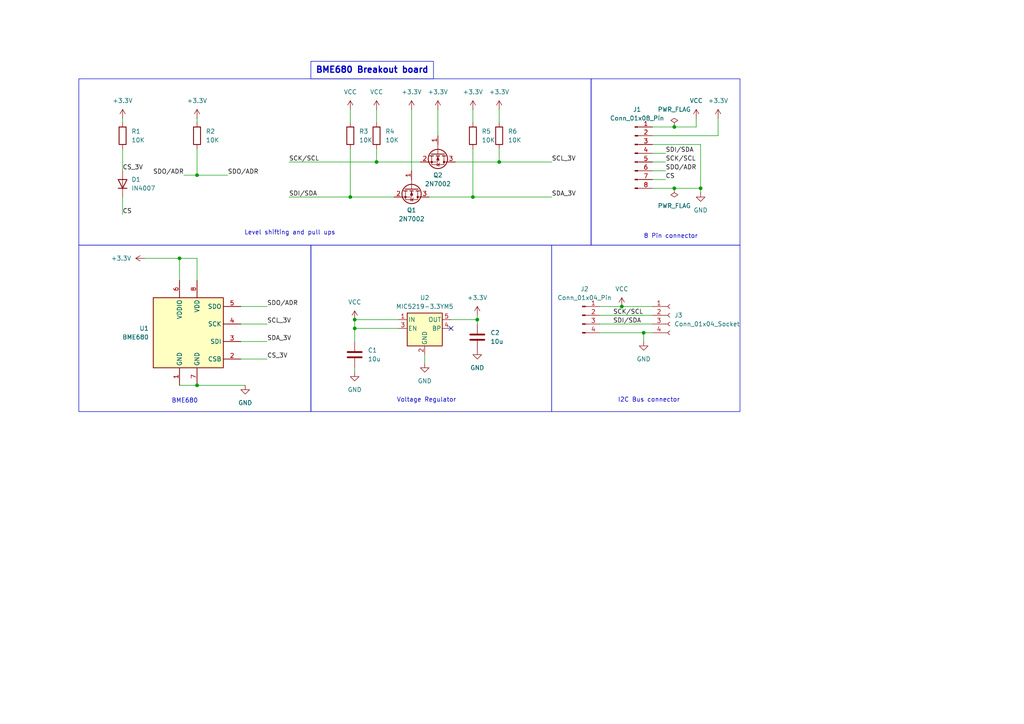
<source format=kicad_sch>
(kicad_sch
	(version 20231120)
	(generator "eeschema")
	(generator_version "8.0")
	(uuid "3f6ef541-56d6-4177-8bac-c7227fcd4ebf")
	(paper "A4")
	(lib_symbols
		(symbol "Connector:Conn_01x04_Pin"
			(pin_names
				(offset 1.016) hide)
			(exclude_from_sim no)
			(in_bom yes)
			(on_board yes)
			(property "Reference" "J"
				(at 0 5.08 0)
				(effects
					(font
						(size 1.27 1.27)
					)
				)
			)
			(property "Value" "Conn_01x04_Pin"
				(at 0 -7.62 0)
				(effects
					(font
						(size 1.27 1.27)
					)
				)
			)
			(property "Footprint" ""
				(at 0 0 0)
				(effects
					(font
						(size 1.27 1.27)
					)
					(hide yes)
				)
			)
			(property "Datasheet" "~"
				(at 0 0 0)
				(effects
					(font
						(size 1.27 1.27)
					)
					(hide yes)
				)
			)
			(property "Description" "Generic connector, single row, 01x04, script generated"
				(at 0 0 0)
				(effects
					(font
						(size 1.27 1.27)
					)
					(hide yes)
				)
			)
			(property "ki_locked" ""
				(at 0 0 0)
				(effects
					(font
						(size 1.27 1.27)
					)
				)
			)
			(property "ki_keywords" "connector"
				(at 0 0 0)
				(effects
					(font
						(size 1.27 1.27)
					)
					(hide yes)
				)
			)
			(property "ki_fp_filters" "Connector*:*_1x??_*"
				(at 0 0 0)
				(effects
					(font
						(size 1.27 1.27)
					)
					(hide yes)
				)
			)
			(symbol "Conn_01x04_Pin_1_1"
				(polyline
					(pts
						(xy 1.27 -5.08) (xy 0.8636 -5.08)
					)
					(stroke
						(width 0.1524)
						(type default)
					)
					(fill
						(type none)
					)
				)
				(polyline
					(pts
						(xy 1.27 -2.54) (xy 0.8636 -2.54)
					)
					(stroke
						(width 0.1524)
						(type default)
					)
					(fill
						(type none)
					)
				)
				(polyline
					(pts
						(xy 1.27 0) (xy 0.8636 0)
					)
					(stroke
						(width 0.1524)
						(type default)
					)
					(fill
						(type none)
					)
				)
				(polyline
					(pts
						(xy 1.27 2.54) (xy 0.8636 2.54)
					)
					(stroke
						(width 0.1524)
						(type default)
					)
					(fill
						(type none)
					)
				)
				(rectangle
					(start 0.8636 -4.953)
					(end 0 -5.207)
					(stroke
						(width 0.1524)
						(type default)
					)
					(fill
						(type outline)
					)
				)
				(rectangle
					(start 0.8636 -2.413)
					(end 0 -2.667)
					(stroke
						(width 0.1524)
						(type default)
					)
					(fill
						(type outline)
					)
				)
				(rectangle
					(start 0.8636 0.127)
					(end 0 -0.127)
					(stroke
						(width 0.1524)
						(type default)
					)
					(fill
						(type outline)
					)
				)
				(rectangle
					(start 0.8636 2.667)
					(end 0 2.413)
					(stroke
						(width 0.1524)
						(type default)
					)
					(fill
						(type outline)
					)
				)
				(pin passive line
					(at 5.08 2.54 180)
					(length 3.81)
					(name "Pin_1"
						(effects
							(font
								(size 1.27 1.27)
							)
						)
					)
					(number "1"
						(effects
							(font
								(size 1.27 1.27)
							)
						)
					)
				)
				(pin passive line
					(at 5.08 0 180)
					(length 3.81)
					(name "Pin_2"
						(effects
							(font
								(size 1.27 1.27)
							)
						)
					)
					(number "2"
						(effects
							(font
								(size 1.27 1.27)
							)
						)
					)
				)
				(pin passive line
					(at 5.08 -2.54 180)
					(length 3.81)
					(name "Pin_3"
						(effects
							(font
								(size 1.27 1.27)
							)
						)
					)
					(number "3"
						(effects
							(font
								(size 1.27 1.27)
							)
						)
					)
				)
				(pin passive line
					(at 5.08 -5.08 180)
					(length 3.81)
					(name "Pin_4"
						(effects
							(font
								(size 1.27 1.27)
							)
						)
					)
					(number "4"
						(effects
							(font
								(size 1.27 1.27)
							)
						)
					)
				)
			)
		)
		(symbol "Connector:Conn_01x04_Socket"
			(pin_names
				(offset 1.016) hide)
			(exclude_from_sim no)
			(in_bom yes)
			(on_board yes)
			(property "Reference" "J"
				(at 0 5.08 0)
				(effects
					(font
						(size 1.27 1.27)
					)
				)
			)
			(property "Value" "Conn_01x04_Socket"
				(at 0 -7.62 0)
				(effects
					(font
						(size 1.27 1.27)
					)
				)
			)
			(property "Footprint" ""
				(at 0 0 0)
				(effects
					(font
						(size 1.27 1.27)
					)
					(hide yes)
				)
			)
			(property "Datasheet" "~"
				(at 0 0 0)
				(effects
					(font
						(size 1.27 1.27)
					)
					(hide yes)
				)
			)
			(property "Description" "Generic connector, single row, 01x04, script generated"
				(at 0 0 0)
				(effects
					(font
						(size 1.27 1.27)
					)
					(hide yes)
				)
			)
			(property "ki_locked" ""
				(at 0 0 0)
				(effects
					(font
						(size 1.27 1.27)
					)
				)
			)
			(property "ki_keywords" "connector"
				(at 0 0 0)
				(effects
					(font
						(size 1.27 1.27)
					)
					(hide yes)
				)
			)
			(property "ki_fp_filters" "Connector*:*_1x??_*"
				(at 0 0 0)
				(effects
					(font
						(size 1.27 1.27)
					)
					(hide yes)
				)
			)
			(symbol "Conn_01x04_Socket_1_1"
				(arc
					(start 0 -4.572)
					(mid -0.5058 -5.08)
					(end 0 -5.588)
					(stroke
						(width 0.1524)
						(type default)
					)
					(fill
						(type none)
					)
				)
				(arc
					(start 0 -2.032)
					(mid -0.5058 -2.54)
					(end 0 -3.048)
					(stroke
						(width 0.1524)
						(type default)
					)
					(fill
						(type none)
					)
				)
				(polyline
					(pts
						(xy -1.27 -5.08) (xy -0.508 -5.08)
					)
					(stroke
						(width 0.1524)
						(type default)
					)
					(fill
						(type none)
					)
				)
				(polyline
					(pts
						(xy -1.27 -2.54) (xy -0.508 -2.54)
					)
					(stroke
						(width 0.1524)
						(type default)
					)
					(fill
						(type none)
					)
				)
				(polyline
					(pts
						(xy -1.27 0) (xy -0.508 0)
					)
					(stroke
						(width 0.1524)
						(type default)
					)
					(fill
						(type none)
					)
				)
				(polyline
					(pts
						(xy -1.27 2.54) (xy -0.508 2.54)
					)
					(stroke
						(width 0.1524)
						(type default)
					)
					(fill
						(type none)
					)
				)
				(arc
					(start 0 0.508)
					(mid -0.5058 0)
					(end 0 -0.508)
					(stroke
						(width 0.1524)
						(type default)
					)
					(fill
						(type none)
					)
				)
				(arc
					(start 0 3.048)
					(mid -0.5058 2.54)
					(end 0 2.032)
					(stroke
						(width 0.1524)
						(type default)
					)
					(fill
						(type none)
					)
				)
				(pin passive line
					(at -5.08 2.54 0)
					(length 3.81)
					(name "Pin_1"
						(effects
							(font
								(size 1.27 1.27)
							)
						)
					)
					(number "1"
						(effects
							(font
								(size 1.27 1.27)
							)
						)
					)
				)
				(pin passive line
					(at -5.08 0 0)
					(length 3.81)
					(name "Pin_2"
						(effects
							(font
								(size 1.27 1.27)
							)
						)
					)
					(number "2"
						(effects
							(font
								(size 1.27 1.27)
							)
						)
					)
				)
				(pin passive line
					(at -5.08 -2.54 0)
					(length 3.81)
					(name "Pin_3"
						(effects
							(font
								(size 1.27 1.27)
							)
						)
					)
					(number "3"
						(effects
							(font
								(size 1.27 1.27)
							)
						)
					)
				)
				(pin passive line
					(at -5.08 -5.08 0)
					(length 3.81)
					(name "Pin_4"
						(effects
							(font
								(size 1.27 1.27)
							)
						)
					)
					(number "4"
						(effects
							(font
								(size 1.27 1.27)
							)
						)
					)
				)
			)
		)
		(symbol "Connector:Conn_01x08_Pin"
			(pin_names
				(offset 1.016) hide)
			(exclude_from_sim no)
			(in_bom yes)
			(on_board yes)
			(property "Reference" "J"
				(at 0 10.16 0)
				(effects
					(font
						(size 1.27 1.27)
					)
				)
			)
			(property "Value" "Conn_01x08_Pin"
				(at 0 -12.7 0)
				(effects
					(font
						(size 1.27 1.27)
					)
				)
			)
			(property "Footprint" ""
				(at 0 0 0)
				(effects
					(font
						(size 1.27 1.27)
					)
					(hide yes)
				)
			)
			(property "Datasheet" "~"
				(at 0 0 0)
				(effects
					(font
						(size 1.27 1.27)
					)
					(hide yes)
				)
			)
			(property "Description" "Generic connector, single row, 01x08, script generated"
				(at 0 0 0)
				(effects
					(font
						(size 1.27 1.27)
					)
					(hide yes)
				)
			)
			(property "ki_locked" ""
				(at 0 0 0)
				(effects
					(font
						(size 1.27 1.27)
					)
				)
			)
			(property "ki_keywords" "connector"
				(at 0 0 0)
				(effects
					(font
						(size 1.27 1.27)
					)
					(hide yes)
				)
			)
			(property "ki_fp_filters" "Connector*:*_1x??_*"
				(at 0 0 0)
				(effects
					(font
						(size 1.27 1.27)
					)
					(hide yes)
				)
			)
			(symbol "Conn_01x08_Pin_1_1"
				(polyline
					(pts
						(xy 1.27 -10.16) (xy 0.8636 -10.16)
					)
					(stroke
						(width 0.1524)
						(type default)
					)
					(fill
						(type none)
					)
				)
				(polyline
					(pts
						(xy 1.27 -7.62) (xy 0.8636 -7.62)
					)
					(stroke
						(width 0.1524)
						(type default)
					)
					(fill
						(type none)
					)
				)
				(polyline
					(pts
						(xy 1.27 -5.08) (xy 0.8636 -5.08)
					)
					(stroke
						(width 0.1524)
						(type default)
					)
					(fill
						(type none)
					)
				)
				(polyline
					(pts
						(xy 1.27 -2.54) (xy 0.8636 -2.54)
					)
					(stroke
						(width 0.1524)
						(type default)
					)
					(fill
						(type none)
					)
				)
				(polyline
					(pts
						(xy 1.27 0) (xy 0.8636 0)
					)
					(stroke
						(width 0.1524)
						(type default)
					)
					(fill
						(type none)
					)
				)
				(polyline
					(pts
						(xy 1.27 2.54) (xy 0.8636 2.54)
					)
					(stroke
						(width 0.1524)
						(type default)
					)
					(fill
						(type none)
					)
				)
				(polyline
					(pts
						(xy 1.27 5.08) (xy 0.8636 5.08)
					)
					(stroke
						(width 0.1524)
						(type default)
					)
					(fill
						(type none)
					)
				)
				(polyline
					(pts
						(xy 1.27 7.62) (xy 0.8636 7.62)
					)
					(stroke
						(width 0.1524)
						(type default)
					)
					(fill
						(type none)
					)
				)
				(rectangle
					(start 0.8636 -10.033)
					(end 0 -10.287)
					(stroke
						(width 0.1524)
						(type default)
					)
					(fill
						(type outline)
					)
				)
				(rectangle
					(start 0.8636 -7.493)
					(end 0 -7.747)
					(stroke
						(width 0.1524)
						(type default)
					)
					(fill
						(type outline)
					)
				)
				(rectangle
					(start 0.8636 -4.953)
					(end 0 -5.207)
					(stroke
						(width 0.1524)
						(type default)
					)
					(fill
						(type outline)
					)
				)
				(rectangle
					(start 0.8636 -2.413)
					(end 0 -2.667)
					(stroke
						(width 0.1524)
						(type default)
					)
					(fill
						(type outline)
					)
				)
				(rectangle
					(start 0.8636 0.127)
					(end 0 -0.127)
					(stroke
						(width 0.1524)
						(type default)
					)
					(fill
						(type outline)
					)
				)
				(rectangle
					(start 0.8636 2.667)
					(end 0 2.413)
					(stroke
						(width 0.1524)
						(type default)
					)
					(fill
						(type outline)
					)
				)
				(rectangle
					(start 0.8636 5.207)
					(end 0 4.953)
					(stroke
						(width 0.1524)
						(type default)
					)
					(fill
						(type outline)
					)
				)
				(rectangle
					(start 0.8636 7.747)
					(end 0 7.493)
					(stroke
						(width 0.1524)
						(type default)
					)
					(fill
						(type outline)
					)
				)
				(pin passive line
					(at 5.08 7.62 180)
					(length 3.81)
					(name "Pin_1"
						(effects
							(font
								(size 1.27 1.27)
							)
						)
					)
					(number "1"
						(effects
							(font
								(size 1.27 1.27)
							)
						)
					)
				)
				(pin passive line
					(at 5.08 5.08 180)
					(length 3.81)
					(name "Pin_2"
						(effects
							(font
								(size 1.27 1.27)
							)
						)
					)
					(number "2"
						(effects
							(font
								(size 1.27 1.27)
							)
						)
					)
				)
				(pin passive line
					(at 5.08 2.54 180)
					(length 3.81)
					(name "Pin_3"
						(effects
							(font
								(size 1.27 1.27)
							)
						)
					)
					(number "3"
						(effects
							(font
								(size 1.27 1.27)
							)
						)
					)
				)
				(pin passive line
					(at 5.08 0 180)
					(length 3.81)
					(name "Pin_4"
						(effects
							(font
								(size 1.27 1.27)
							)
						)
					)
					(number "4"
						(effects
							(font
								(size 1.27 1.27)
							)
						)
					)
				)
				(pin passive line
					(at 5.08 -2.54 180)
					(length 3.81)
					(name "Pin_5"
						(effects
							(font
								(size 1.27 1.27)
							)
						)
					)
					(number "5"
						(effects
							(font
								(size 1.27 1.27)
							)
						)
					)
				)
				(pin passive line
					(at 5.08 -5.08 180)
					(length 3.81)
					(name "Pin_6"
						(effects
							(font
								(size 1.27 1.27)
							)
						)
					)
					(number "6"
						(effects
							(font
								(size 1.27 1.27)
							)
						)
					)
				)
				(pin passive line
					(at 5.08 -7.62 180)
					(length 3.81)
					(name "Pin_7"
						(effects
							(font
								(size 1.27 1.27)
							)
						)
					)
					(number "7"
						(effects
							(font
								(size 1.27 1.27)
							)
						)
					)
				)
				(pin passive line
					(at 5.08 -10.16 180)
					(length 3.81)
					(name "Pin_8"
						(effects
							(font
								(size 1.27 1.27)
							)
						)
					)
					(number "8"
						(effects
							(font
								(size 1.27 1.27)
							)
						)
					)
				)
			)
		)
		(symbol "Device:C"
			(pin_numbers hide)
			(pin_names
				(offset 0.254)
			)
			(exclude_from_sim no)
			(in_bom yes)
			(on_board yes)
			(property "Reference" "C"
				(at 0.635 2.54 0)
				(effects
					(font
						(size 1.27 1.27)
					)
					(justify left)
				)
			)
			(property "Value" "C"
				(at 0.635 -2.54 0)
				(effects
					(font
						(size 1.27 1.27)
					)
					(justify left)
				)
			)
			(property "Footprint" ""
				(at 0.9652 -3.81 0)
				(effects
					(font
						(size 1.27 1.27)
					)
					(hide yes)
				)
			)
			(property "Datasheet" "~"
				(at 0 0 0)
				(effects
					(font
						(size 1.27 1.27)
					)
					(hide yes)
				)
			)
			(property "Description" "Unpolarized capacitor"
				(at 0 0 0)
				(effects
					(font
						(size 1.27 1.27)
					)
					(hide yes)
				)
			)
			(property "ki_keywords" "cap capacitor"
				(at 0 0 0)
				(effects
					(font
						(size 1.27 1.27)
					)
					(hide yes)
				)
			)
			(property "ki_fp_filters" "C_*"
				(at 0 0 0)
				(effects
					(font
						(size 1.27 1.27)
					)
					(hide yes)
				)
			)
			(symbol "C_0_1"
				(polyline
					(pts
						(xy -2.032 -0.762) (xy 2.032 -0.762)
					)
					(stroke
						(width 0.508)
						(type default)
					)
					(fill
						(type none)
					)
				)
				(polyline
					(pts
						(xy -2.032 0.762) (xy 2.032 0.762)
					)
					(stroke
						(width 0.508)
						(type default)
					)
					(fill
						(type none)
					)
				)
			)
			(symbol "C_1_1"
				(pin passive line
					(at 0 3.81 270)
					(length 2.794)
					(name "~"
						(effects
							(font
								(size 1.27 1.27)
							)
						)
					)
					(number "1"
						(effects
							(font
								(size 1.27 1.27)
							)
						)
					)
				)
				(pin passive line
					(at 0 -3.81 90)
					(length 2.794)
					(name "~"
						(effects
							(font
								(size 1.27 1.27)
							)
						)
					)
					(number "2"
						(effects
							(font
								(size 1.27 1.27)
							)
						)
					)
				)
			)
		)
		(symbol "Device:D"
			(pin_numbers hide)
			(pin_names
				(offset 1.016) hide)
			(exclude_from_sim no)
			(in_bom yes)
			(on_board yes)
			(property "Reference" "D"
				(at 0 2.54 0)
				(effects
					(font
						(size 1.27 1.27)
					)
				)
			)
			(property "Value" "D"
				(at 0 -2.54 0)
				(effects
					(font
						(size 1.27 1.27)
					)
				)
			)
			(property "Footprint" ""
				(at 0 0 0)
				(effects
					(font
						(size 1.27 1.27)
					)
					(hide yes)
				)
			)
			(property "Datasheet" "~"
				(at 0 0 0)
				(effects
					(font
						(size 1.27 1.27)
					)
					(hide yes)
				)
			)
			(property "Description" "Diode"
				(at 0 0 0)
				(effects
					(font
						(size 1.27 1.27)
					)
					(hide yes)
				)
			)
			(property "Sim.Device" "D"
				(at 0 0 0)
				(effects
					(font
						(size 1.27 1.27)
					)
					(hide yes)
				)
			)
			(property "Sim.Pins" "1=K 2=A"
				(at 0 0 0)
				(effects
					(font
						(size 1.27 1.27)
					)
					(hide yes)
				)
			)
			(property "ki_keywords" "diode"
				(at 0 0 0)
				(effects
					(font
						(size 1.27 1.27)
					)
					(hide yes)
				)
			)
			(property "ki_fp_filters" "TO-???* *_Diode_* *SingleDiode* D_*"
				(at 0 0 0)
				(effects
					(font
						(size 1.27 1.27)
					)
					(hide yes)
				)
			)
			(symbol "D_0_1"
				(polyline
					(pts
						(xy -1.27 1.27) (xy -1.27 -1.27)
					)
					(stroke
						(width 0.254)
						(type default)
					)
					(fill
						(type none)
					)
				)
				(polyline
					(pts
						(xy 1.27 0) (xy -1.27 0)
					)
					(stroke
						(width 0)
						(type default)
					)
					(fill
						(type none)
					)
				)
				(polyline
					(pts
						(xy 1.27 1.27) (xy 1.27 -1.27) (xy -1.27 0) (xy 1.27 1.27)
					)
					(stroke
						(width 0.254)
						(type default)
					)
					(fill
						(type none)
					)
				)
			)
			(symbol "D_1_1"
				(pin passive line
					(at -3.81 0 0)
					(length 2.54)
					(name "K"
						(effects
							(font
								(size 1.27 1.27)
							)
						)
					)
					(number "1"
						(effects
							(font
								(size 1.27 1.27)
							)
						)
					)
				)
				(pin passive line
					(at 3.81 0 180)
					(length 2.54)
					(name "A"
						(effects
							(font
								(size 1.27 1.27)
							)
						)
					)
					(number "2"
						(effects
							(font
								(size 1.27 1.27)
							)
						)
					)
				)
			)
		)
		(symbol "Device:R"
			(pin_numbers hide)
			(pin_names
				(offset 0)
			)
			(exclude_from_sim no)
			(in_bom yes)
			(on_board yes)
			(property "Reference" "R"
				(at 2.032 0 90)
				(effects
					(font
						(size 1.27 1.27)
					)
				)
			)
			(property "Value" "R"
				(at 0 0 90)
				(effects
					(font
						(size 1.27 1.27)
					)
				)
			)
			(property "Footprint" ""
				(at -1.778 0 90)
				(effects
					(font
						(size 1.27 1.27)
					)
					(hide yes)
				)
			)
			(property "Datasheet" "~"
				(at 0 0 0)
				(effects
					(font
						(size 1.27 1.27)
					)
					(hide yes)
				)
			)
			(property "Description" "Resistor"
				(at 0 0 0)
				(effects
					(font
						(size 1.27 1.27)
					)
					(hide yes)
				)
			)
			(property "ki_keywords" "R res resistor"
				(at 0 0 0)
				(effects
					(font
						(size 1.27 1.27)
					)
					(hide yes)
				)
			)
			(property "ki_fp_filters" "R_*"
				(at 0 0 0)
				(effects
					(font
						(size 1.27 1.27)
					)
					(hide yes)
				)
			)
			(symbol "R_0_1"
				(rectangle
					(start -1.016 -2.54)
					(end 1.016 2.54)
					(stroke
						(width 0.254)
						(type default)
					)
					(fill
						(type none)
					)
				)
			)
			(symbol "R_1_1"
				(pin passive line
					(at 0 3.81 270)
					(length 1.27)
					(name "~"
						(effects
							(font
								(size 1.27 1.27)
							)
						)
					)
					(number "1"
						(effects
							(font
								(size 1.27 1.27)
							)
						)
					)
				)
				(pin passive line
					(at 0 -3.81 90)
					(length 1.27)
					(name "~"
						(effects
							(font
								(size 1.27 1.27)
							)
						)
					)
					(number "2"
						(effects
							(font
								(size 1.27 1.27)
							)
						)
					)
				)
			)
		)
		(symbol "Regulator_Linear:MIC5219-3.3YM5"
			(pin_names
				(offset 0.254)
			)
			(exclude_from_sim no)
			(in_bom yes)
			(on_board yes)
			(property "Reference" "U"
				(at -3.81 5.715 0)
				(effects
					(font
						(size 1.27 1.27)
					)
				)
			)
			(property "Value" "MIC5219-3.3YM5"
				(at 0 5.715 0)
				(effects
					(font
						(size 1.27 1.27)
					)
					(justify left)
				)
			)
			(property "Footprint" "Package_TO_SOT_SMD:SOT-23-5"
				(at 0 8.255 0)
				(effects
					(font
						(size 1.27 1.27)
					)
					(hide yes)
				)
			)
			(property "Datasheet" "http://ww1.microchip.com/downloads/en/DeviceDoc/MIC5219-500mA-Peak-Output-LDO-Regulator-DS20006021A.pdf"
				(at 0 0 0)
				(effects
					(font
						(size 1.27 1.27)
					)
					(hide yes)
				)
			)
			(property "Description" "500mA low dropout linear regulator, fixed 3.3V output, SOT-23-5"
				(at 0 0 0)
				(effects
					(font
						(size 1.27 1.27)
					)
					(hide yes)
				)
			)
			(property "ki_keywords" "500mA ultra-low-noise LDO linear voltage regulator fixed positive"
				(at 0 0 0)
				(effects
					(font
						(size 1.27 1.27)
					)
					(hide yes)
				)
			)
			(property "ki_fp_filters" "SOT?23*"
				(at 0 0 0)
				(effects
					(font
						(size 1.27 1.27)
					)
					(hide yes)
				)
			)
			(symbol "MIC5219-3.3YM5_0_1"
				(rectangle
					(start -5.08 4.445)
					(end 5.08 -5.08)
					(stroke
						(width 0.254)
						(type default)
					)
					(fill
						(type background)
					)
				)
			)
			(symbol "MIC5219-3.3YM5_1_1"
				(pin power_in line
					(at -7.62 2.54 0)
					(length 2.54)
					(name "IN"
						(effects
							(font
								(size 1.27 1.27)
							)
						)
					)
					(number "1"
						(effects
							(font
								(size 1.27 1.27)
							)
						)
					)
				)
				(pin power_in line
					(at 0 -7.62 90)
					(length 2.54)
					(name "GND"
						(effects
							(font
								(size 1.27 1.27)
							)
						)
					)
					(number "2"
						(effects
							(font
								(size 1.27 1.27)
							)
						)
					)
				)
				(pin input line
					(at -7.62 0 0)
					(length 2.54)
					(name "EN"
						(effects
							(font
								(size 1.27 1.27)
							)
						)
					)
					(number "3"
						(effects
							(font
								(size 1.27 1.27)
							)
						)
					)
				)
				(pin input line
					(at 7.62 0 180)
					(length 2.54)
					(name "BP"
						(effects
							(font
								(size 1.27 1.27)
							)
						)
					)
					(number "4"
						(effects
							(font
								(size 1.27 1.27)
							)
						)
					)
				)
				(pin power_out line
					(at 7.62 2.54 180)
					(length 2.54)
					(name "OUT"
						(effects
							(font
								(size 1.27 1.27)
							)
						)
					)
					(number "5"
						(effects
							(font
								(size 1.27 1.27)
							)
						)
					)
				)
			)
		)
		(symbol "Sensor:BME680"
			(exclude_from_sim no)
			(in_bom yes)
			(on_board yes)
			(property "Reference" "U"
				(at -8.89 11.43 0)
				(effects
					(font
						(size 1.27 1.27)
					)
				)
			)
			(property "Value" "BME680"
				(at 7.62 11.43 0)
				(effects
					(font
						(size 1.27 1.27)
					)
				)
			)
			(property "Footprint" "Package_LGA:Bosch_LGA-8_3x3mm_P0.8mm_ClockwisePinNumbering"
				(at 36.83 -11.43 0)
				(effects
					(font
						(size 1.27 1.27)
					)
					(hide yes)
				)
			)
			(property "Datasheet" "https://ae-bst.resource.bosch.com/media/_tech/media/datasheets/BST-BME680-DS001.pdf"
				(at 0 -5.08 0)
				(effects
					(font
						(size 1.27 1.27)
					)
					(hide yes)
				)
			)
			(property "Description" "4-in-1 sensor, gas, humidity, pressure, temperature, I2C and SPI interface, 1.71-3.6V, LGA-8"
				(at 0 0 0)
				(effects
					(font
						(size 1.27 1.27)
					)
					(hide yes)
				)
			)
			(property "ki_keywords" "Bosch gas pressure humidity temperature environment environmental measurement digital"
				(at 0 0 0)
				(effects
					(font
						(size 1.27 1.27)
					)
					(hide yes)
				)
			)
			(property "ki_fp_filters" "*LGA*3x3mm*P0.8mm*Clockwise*"
				(at 0 0 0)
				(effects
					(font
						(size 1.27 1.27)
					)
					(hide yes)
				)
			)
			(symbol "BME680_0_1"
				(rectangle
					(start -10.16 10.16)
					(end 10.16 -10.16)
					(stroke
						(width 0.254)
						(type default)
					)
					(fill
						(type background)
					)
				)
			)
			(symbol "BME680_1_1"
				(pin power_in line
					(at -2.54 -15.24 90)
					(length 5.08)
					(name "GND"
						(effects
							(font
								(size 1.27 1.27)
							)
						)
					)
					(number "1"
						(effects
							(font
								(size 1.27 1.27)
							)
						)
					)
				)
				(pin input line
					(at 15.24 -7.62 180)
					(length 5.08)
					(name "CSB"
						(effects
							(font
								(size 1.27 1.27)
							)
						)
					)
					(number "2"
						(effects
							(font
								(size 1.27 1.27)
							)
						)
					)
				)
				(pin bidirectional line
					(at 15.24 -2.54 180)
					(length 5.08)
					(name "SDI"
						(effects
							(font
								(size 1.27 1.27)
							)
						)
					)
					(number "3"
						(effects
							(font
								(size 1.27 1.27)
							)
						)
					)
				)
				(pin input line
					(at 15.24 2.54 180)
					(length 5.08)
					(name "SCK"
						(effects
							(font
								(size 1.27 1.27)
							)
						)
					)
					(number "4"
						(effects
							(font
								(size 1.27 1.27)
							)
						)
					)
				)
				(pin bidirectional line
					(at 15.24 7.62 180)
					(length 5.08)
					(name "SDO"
						(effects
							(font
								(size 1.27 1.27)
							)
						)
					)
					(number "5"
						(effects
							(font
								(size 1.27 1.27)
							)
						)
					)
				)
				(pin power_in line
					(at -2.54 15.24 270)
					(length 5.08)
					(name "VDDIO"
						(effects
							(font
								(size 1.27 1.27)
							)
						)
					)
					(number "6"
						(effects
							(font
								(size 1.27 1.27)
							)
						)
					)
				)
				(pin power_in line
					(at 2.54 -15.24 90)
					(length 5.08)
					(name "GND"
						(effects
							(font
								(size 1.27 1.27)
							)
						)
					)
					(number "7"
						(effects
							(font
								(size 1.27 1.27)
							)
						)
					)
				)
				(pin power_in line
					(at 2.54 15.24 270)
					(length 5.08)
					(name "VDD"
						(effects
							(font
								(size 1.27 1.27)
							)
						)
					)
					(number "8"
						(effects
							(font
								(size 1.27 1.27)
							)
						)
					)
				)
			)
		)
		(symbol "Transistor_FET:2N7002"
			(pin_names hide)
			(exclude_from_sim no)
			(in_bom yes)
			(on_board yes)
			(property "Reference" "Q"
				(at 5.08 1.905 0)
				(effects
					(font
						(size 1.27 1.27)
					)
					(justify left)
				)
			)
			(property "Value" "2N7002"
				(at 5.08 0 0)
				(effects
					(font
						(size 1.27 1.27)
					)
					(justify left)
				)
			)
			(property "Footprint" "Package_TO_SOT_SMD:SOT-23"
				(at 5.08 -1.905 0)
				(effects
					(font
						(size 1.27 1.27)
						(italic yes)
					)
					(justify left)
					(hide yes)
				)
			)
			(property "Datasheet" "https://www.onsemi.com/pub/Collateral/NDS7002A-D.PDF"
				(at 5.08 -3.81 0)
				(effects
					(font
						(size 1.27 1.27)
					)
					(justify left)
					(hide yes)
				)
			)
			(property "Description" "0.115A Id, 60V Vds, N-Channel MOSFET, SOT-23"
				(at 0 0 0)
				(effects
					(font
						(size 1.27 1.27)
					)
					(hide yes)
				)
			)
			(property "ki_keywords" "N-Channel Switching MOSFET"
				(at 0 0 0)
				(effects
					(font
						(size 1.27 1.27)
					)
					(hide yes)
				)
			)
			(property "ki_fp_filters" "SOT?23*"
				(at 0 0 0)
				(effects
					(font
						(size 1.27 1.27)
					)
					(hide yes)
				)
			)
			(symbol "2N7002_0_1"
				(polyline
					(pts
						(xy 0.254 0) (xy -2.54 0)
					)
					(stroke
						(width 0)
						(type default)
					)
					(fill
						(type none)
					)
				)
				(polyline
					(pts
						(xy 0.254 1.905) (xy 0.254 -1.905)
					)
					(stroke
						(width 0.254)
						(type default)
					)
					(fill
						(type none)
					)
				)
				(polyline
					(pts
						(xy 0.762 -1.27) (xy 0.762 -2.286)
					)
					(stroke
						(width 0.254)
						(type default)
					)
					(fill
						(type none)
					)
				)
				(polyline
					(pts
						(xy 0.762 0.508) (xy 0.762 -0.508)
					)
					(stroke
						(width 0.254)
						(type default)
					)
					(fill
						(type none)
					)
				)
				(polyline
					(pts
						(xy 0.762 2.286) (xy 0.762 1.27)
					)
					(stroke
						(width 0.254)
						(type default)
					)
					(fill
						(type none)
					)
				)
				(polyline
					(pts
						(xy 2.54 2.54) (xy 2.54 1.778)
					)
					(stroke
						(width 0)
						(type default)
					)
					(fill
						(type none)
					)
				)
				(polyline
					(pts
						(xy 2.54 -2.54) (xy 2.54 0) (xy 0.762 0)
					)
					(stroke
						(width 0)
						(type default)
					)
					(fill
						(type none)
					)
				)
				(polyline
					(pts
						(xy 0.762 -1.778) (xy 3.302 -1.778) (xy 3.302 1.778) (xy 0.762 1.778)
					)
					(stroke
						(width 0)
						(type default)
					)
					(fill
						(type none)
					)
				)
				(polyline
					(pts
						(xy 1.016 0) (xy 2.032 0.381) (xy 2.032 -0.381) (xy 1.016 0)
					)
					(stroke
						(width 0)
						(type default)
					)
					(fill
						(type outline)
					)
				)
				(polyline
					(pts
						(xy 2.794 0.508) (xy 2.921 0.381) (xy 3.683 0.381) (xy 3.81 0.254)
					)
					(stroke
						(width 0)
						(type default)
					)
					(fill
						(type none)
					)
				)
				(polyline
					(pts
						(xy 3.302 0.381) (xy 2.921 -0.254) (xy 3.683 -0.254) (xy 3.302 0.381)
					)
					(stroke
						(width 0)
						(type default)
					)
					(fill
						(type none)
					)
				)
				(circle
					(center 1.651 0)
					(radius 2.794)
					(stroke
						(width 0.254)
						(type default)
					)
					(fill
						(type none)
					)
				)
				(circle
					(center 2.54 -1.778)
					(radius 0.254)
					(stroke
						(width 0)
						(type default)
					)
					(fill
						(type outline)
					)
				)
				(circle
					(center 2.54 1.778)
					(radius 0.254)
					(stroke
						(width 0)
						(type default)
					)
					(fill
						(type outline)
					)
				)
			)
			(symbol "2N7002_1_1"
				(pin input line
					(at -5.08 0 0)
					(length 2.54)
					(name "G"
						(effects
							(font
								(size 1.27 1.27)
							)
						)
					)
					(number "1"
						(effects
							(font
								(size 1.27 1.27)
							)
						)
					)
				)
				(pin passive line
					(at 2.54 -5.08 90)
					(length 2.54)
					(name "S"
						(effects
							(font
								(size 1.27 1.27)
							)
						)
					)
					(number "2"
						(effects
							(font
								(size 1.27 1.27)
							)
						)
					)
				)
				(pin passive line
					(at 2.54 5.08 270)
					(length 2.54)
					(name "D"
						(effects
							(font
								(size 1.27 1.27)
							)
						)
					)
					(number "3"
						(effects
							(font
								(size 1.27 1.27)
							)
						)
					)
				)
			)
		)
		(symbol "power:+3.3V"
			(power)
			(pin_numbers hide)
			(pin_names
				(offset 0) hide)
			(exclude_from_sim no)
			(in_bom yes)
			(on_board yes)
			(property "Reference" "#PWR"
				(at 0 -3.81 0)
				(effects
					(font
						(size 1.27 1.27)
					)
					(hide yes)
				)
			)
			(property "Value" "+3.3V"
				(at 0 3.556 0)
				(effects
					(font
						(size 1.27 1.27)
					)
				)
			)
			(property "Footprint" ""
				(at 0 0 0)
				(effects
					(font
						(size 1.27 1.27)
					)
					(hide yes)
				)
			)
			(property "Datasheet" ""
				(at 0 0 0)
				(effects
					(font
						(size 1.27 1.27)
					)
					(hide yes)
				)
			)
			(property "Description" "Power symbol creates a global label with name \"+3.3V\""
				(at 0 0 0)
				(effects
					(font
						(size 1.27 1.27)
					)
					(hide yes)
				)
			)
			(property "ki_keywords" "global power"
				(at 0 0 0)
				(effects
					(font
						(size 1.27 1.27)
					)
					(hide yes)
				)
			)
			(symbol "+3.3V_0_1"
				(polyline
					(pts
						(xy -0.762 1.27) (xy 0 2.54)
					)
					(stroke
						(width 0)
						(type default)
					)
					(fill
						(type none)
					)
				)
				(polyline
					(pts
						(xy 0 0) (xy 0 2.54)
					)
					(stroke
						(width 0)
						(type default)
					)
					(fill
						(type none)
					)
				)
				(polyline
					(pts
						(xy 0 2.54) (xy 0.762 1.27)
					)
					(stroke
						(width 0)
						(type default)
					)
					(fill
						(type none)
					)
				)
			)
			(symbol "+3.3V_1_1"
				(pin power_in line
					(at 0 0 90)
					(length 0)
					(name "~"
						(effects
							(font
								(size 1.27 1.27)
							)
						)
					)
					(number "1"
						(effects
							(font
								(size 1.27 1.27)
							)
						)
					)
				)
			)
		)
		(symbol "power:GND"
			(power)
			(pin_numbers hide)
			(pin_names
				(offset 0) hide)
			(exclude_from_sim no)
			(in_bom yes)
			(on_board yes)
			(property "Reference" "#PWR"
				(at 0 -6.35 0)
				(effects
					(font
						(size 1.27 1.27)
					)
					(hide yes)
				)
			)
			(property "Value" "GND"
				(at 0 -3.81 0)
				(effects
					(font
						(size 1.27 1.27)
					)
				)
			)
			(property "Footprint" ""
				(at 0 0 0)
				(effects
					(font
						(size 1.27 1.27)
					)
					(hide yes)
				)
			)
			(property "Datasheet" ""
				(at 0 0 0)
				(effects
					(font
						(size 1.27 1.27)
					)
					(hide yes)
				)
			)
			(property "Description" "Power symbol creates a global label with name \"GND\" , ground"
				(at 0 0 0)
				(effects
					(font
						(size 1.27 1.27)
					)
					(hide yes)
				)
			)
			(property "ki_keywords" "global power"
				(at 0 0 0)
				(effects
					(font
						(size 1.27 1.27)
					)
					(hide yes)
				)
			)
			(symbol "GND_0_1"
				(polyline
					(pts
						(xy 0 0) (xy 0 -1.27) (xy 1.27 -1.27) (xy 0 -2.54) (xy -1.27 -1.27) (xy 0 -1.27)
					)
					(stroke
						(width 0)
						(type default)
					)
					(fill
						(type none)
					)
				)
			)
			(symbol "GND_1_1"
				(pin power_in line
					(at 0 0 270)
					(length 0)
					(name "~"
						(effects
							(font
								(size 1.27 1.27)
							)
						)
					)
					(number "1"
						(effects
							(font
								(size 1.27 1.27)
							)
						)
					)
				)
			)
		)
		(symbol "power:PWR_FLAG"
			(power)
			(pin_numbers hide)
			(pin_names
				(offset 0) hide)
			(exclude_from_sim no)
			(in_bom yes)
			(on_board yes)
			(property "Reference" "#FLG"
				(at 0 1.905 0)
				(effects
					(font
						(size 1.27 1.27)
					)
					(hide yes)
				)
			)
			(property "Value" "PWR_FLAG"
				(at 0 3.81 0)
				(effects
					(font
						(size 1.27 1.27)
					)
				)
			)
			(property "Footprint" ""
				(at 0 0 0)
				(effects
					(font
						(size 1.27 1.27)
					)
					(hide yes)
				)
			)
			(property "Datasheet" "~"
				(at 0 0 0)
				(effects
					(font
						(size 1.27 1.27)
					)
					(hide yes)
				)
			)
			(property "Description" "Special symbol for telling ERC where power comes from"
				(at 0 0 0)
				(effects
					(font
						(size 1.27 1.27)
					)
					(hide yes)
				)
			)
			(property "ki_keywords" "flag power"
				(at 0 0 0)
				(effects
					(font
						(size 1.27 1.27)
					)
					(hide yes)
				)
			)
			(symbol "PWR_FLAG_0_0"
				(pin power_out line
					(at 0 0 90)
					(length 0)
					(name "~"
						(effects
							(font
								(size 1.27 1.27)
							)
						)
					)
					(number "1"
						(effects
							(font
								(size 1.27 1.27)
							)
						)
					)
				)
			)
			(symbol "PWR_FLAG_0_1"
				(polyline
					(pts
						(xy 0 0) (xy 0 1.27) (xy -1.016 1.905) (xy 0 2.54) (xy 1.016 1.905) (xy 0 1.27)
					)
					(stroke
						(width 0)
						(type default)
					)
					(fill
						(type none)
					)
				)
			)
		)
		(symbol "power:VCC"
			(power)
			(pin_numbers hide)
			(pin_names
				(offset 0) hide)
			(exclude_from_sim no)
			(in_bom yes)
			(on_board yes)
			(property "Reference" "#PWR"
				(at 0 -3.81 0)
				(effects
					(font
						(size 1.27 1.27)
					)
					(hide yes)
				)
			)
			(property "Value" "VCC"
				(at 0 3.556 0)
				(effects
					(font
						(size 1.27 1.27)
					)
				)
			)
			(property "Footprint" ""
				(at 0 0 0)
				(effects
					(font
						(size 1.27 1.27)
					)
					(hide yes)
				)
			)
			(property "Datasheet" ""
				(at 0 0 0)
				(effects
					(font
						(size 1.27 1.27)
					)
					(hide yes)
				)
			)
			(property "Description" "Power symbol creates a global label with name \"VCC\""
				(at 0 0 0)
				(effects
					(font
						(size 1.27 1.27)
					)
					(hide yes)
				)
			)
			(property "ki_keywords" "global power"
				(at 0 0 0)
				(effects
					(font
						(size 1.27 1.27)
					)
					(hide yes)
				)
			)
			(symbol "VCC_0_1"
				(polyline
					(pts
						(xy -0.762 1.27) (xy 0 2.54)
					)
					(stroke
						(width 0)
						(type default)
					)
					(fill
						(type none)
					)
				)
				(polyline
					(pts
						(xy 0 0) (xy 0 2.54)
					)
					(stroke
						(width 0)
						(type default)
					)
					(fill
						(type none)
					)
				)
				(polyline
					(pts
						(xy 0 2.54) (xy 0.762 1.27)
					)
					(stroke
						(width 0)
						(type default)
					)
					(fill
						(type none)
					)
				)
			)
			(symbol "VCC_1_1"
				(pin power_in line
					(at 0 0 90)
					(length 0)
					(name "~"
						(effects
							(font
								(size 1.27 1.27)
							)
						)
					)
					(number "1"
						(effects
							(font
								(size 1.27 1.27)
							)
						)
					)
				)
			)
		)
	)
	(junction
		(at 203.2 54.61)
		(diameter 0)
		(color 0 0 0 0)
		(uuid "35321615-8fe9-408d-8bef-82fa3b05e315")
	)
	(junction
		(at 102.87 92.71)
		(diameter 0)
		(color 0 0 0 0)
		(uuid "4592341a-2f3f-4508-b3ef-e38f80b14253")
	)
	(junction
		(at 52.07 74.93)
		(diameter 0)
		(color 0 0 0 0)
		(uuid "4775760b-740a-4f33-bf20-4c082089fc48")
	)
	(junction
		(at 138.43 92.71)
		(diameter 0)
		(color 0 0 0 0)
		(uuid "4b4311be-c781-40bd-b340-7959b3e8f737")
	)
	(junction
		(at 186.69 96.52)
		(diameter 0)
		(color 0 0 0 0)
		(uuid "529fbe52-fbbd-4d26-a973-abf57001f351")
	)
	(junction
		(at 57.15 50.8)
		(diameter 0)
		(color 0 0 0 0)
		(uuid "5d5f5a82-7136-4693-9b93-e067022cb5ab")
	)
	(junction
		(at 180.34 88.9)
		(diameter 0)
		(color 0 0 0 0)
		(uuid "723d886f-61ca-4e42-8ebc-0f447f205a4a")
	)
	(junction
		(at 195.58 36.83)
		(diameter 0)
		(color 0 0 0 0)
		(uuid "91b54424-10d4-4283-a6a6-6626ce740c81")
	)
	(junction
		(at 57.15 111.76)
		(diameter 0)
		(color 0 0 0 0)
		(uuid "a9c9afd9-413a-42fd-bbbc-82031827cd8a")
	)
	(junction
		(at 102.87 95.25)
		(diameter 0)
		(color 0 0 0 0)
		(uuid "a9e2b32e-4072-4ad6-b83e-b1d5726f3d33")
	)
	(junction
		(at 195.58 54.61)
		(diameter 0)
		(color 0 0 0 0)
		(uuid "b26b9e33-35d8-48f3-8436-f8c623f80809")
	)
	(junction
		(at 101.6 57.15)
		(diameter 0)
		(color 0 0 0 0)
		(uuid "e7115e09-9b42-4741-abf2-921445e555f2")
	)
	(junction
		(at 109.22 46.99)
		(diameter 0)
		(color 0 0 0 0)
		(uuid "ee3de6a3-0b0b-400a-9394-214da66ce84f")
	)
	(junction
		(at 137.16 57.15)
		(diameter 0)
		(color 0 0 0 0)
		(uuid "f26474b4-47bb-4ee3-875c-7e1bd560923d")
	)
	(junction
		(at 144.78 46.99)
		(diameter 0)
		(color 0 0 0 0)
		(uuid "f354da1e-d1b7-4ed0-932b-1b1267c74e58")
	)
	(no_connect
		(at 130.81 95.25)
		(uuid "2b71241e-b0c0-4d3b-a117-b5dfba5cefd7")
	)
	(wire
		(pts
			(xy 173.99 91.44) (xy 189.23 91.44)
		)
		(stroke
			(width 0)
			(type default)
		)
		(uuid "01ef7f54-9332-43e6-9678-6e9cdf489d70")
	)
	(wire
		(pts
			(xy 208.28 39.37) (xy 208.28 34.29)
		)
		(stroke
			(width 0)
			(type default)
		)
		(uuid "0884e042-878e-4859-83a8-930da071f3c1")
	)
	(wire
		(pts
			(xy 109.22 31.75) (xy 109.22 35.56)
		)
		(stroke
			(width 0.1524)
			(type solid)
		)
		(uuid "096c0f8c-4b95-4587-b655-d5e5a1a826af")
	)
	(wire
		(pts
			(xy 57.15 34.29) (xy 57.15 35.56)
		)
		(stroke
			(width 0)
			(type default)
		)
		(uuid "10afd3a8-1d12-47b6-b412-1093b253b4ae")
	)
	(wire
		(pts
			(xy 109.22 43.18) (xy 109.22 44.45)
		)
		(stroke
			(width 0)
			(type default)
		)
		(uuid "1247aaf5-3595-4cbf-b6d1-d5a19ae184a9")
	)
	(wire
		(pts
			(xy 180.34 88.9) (xy 189.23 88.9)
		)
		(stroke
			(width 0)
			(type default)
		)
		(uuid "12ea323d-9f04-46b1-92f8-49dbe2c8cedd")
	)
	(wire
		(pts
			(xy 137.16 43.18) (xy 137.16 44.45)
		)
		(stroke
			(width 0)
			(type default)
		)
		(uuid "13d1f218-8a84-4578-910b-1e8aac8dd4a2")
	)
	(wire
		(pts
			(xy 102.87 106.68) (xy 102.87 107.95)
		)
		(stroke
			(width 0)
			(type default)
		)
		(uuid "16be8c94-e47e-46ce-9026-b917188e93b3")
	)
	(wire
		(pts
			(xy 41.91 74.93) (xy 52.07 74.93)
		)
		(stroke
			(width 0)
			(type default)
		)
		(uuid "16d78f0c-31d7-4aba-9868-309ef1ccacf8")
	)
	(wire
		(pts
			(xy 186.69 96.52) (xy 186.69 99.06)
		)
		(stroke
			(width 0)
			(type default)
		)
		(uuid "1bd573ed-2f17-4b80-8751-5a4c3e692b7c")
	)
	(wire
		(pts
			(xy 83.82 46.99) (xy 109.22 46.99)
		)
		(stroke
			(width 0.1524)
			(type solid)
		)
		(uuid "1fc98c1a-d65b-4f92-ba2c-8ef8810cdba8")
	)
	(wire
		(pts
			(xy 57.15 43.18) (xy 57.15 50.8)
		)
		(stroke
			(width 0)
			(type default)
		)
		(uuid "20bc8ded-86f1-46dc-9a61-b9d8d231e950")
	)
	(wire
		(pts
			(xy 35.56 34.29) (xy 35.56 35.56)
		)
		(stroke
			(width 0)
			(type default)
		)
		(uuid "21a97d83-28e2-4236-9405-2f40b5ad4eb0")
	)
	(wire
		(pts
			(xy 123.19 102.87) (xy 123.19 105.41)
		)
		(stroke
			(width 0)
			(type default)
		)
		(uuid "27274573-1ebf-4874-b38b-8753b12a0b98")
	)
	(wire
		(pts
			(xy 173.99 96.52) (xy 186.69 96.52)
		)
		(stroke
			(width 0)
			(type default)
		)
		(uuid "2775c734-4609-4e86-b577-e3439d2ec5fa")
	)
	(wire
		(pts
			(xy 144.78 31.75) (xy 144.78 35.56)
		)
		(stroke
			(width 0.1524)
			(type solid)
		)
		(uuid "2f31c2f1-00b8-4f0d-baea-5ae2e140cbe4")
	)
	(wire
		(pts
			(xy 53.34 50.8) (xy 57.15 50.8)
		)
		(stroke
			(width 0)
			(type default)
		)
		(uuid "343821bc-b3fc-465a-ae68-418d25eb5608")
	)
	(wire
		(pts
			(xy 189.23 54.61) (xy 195.58 54.61)
		)
		(stroke
			(width 0)
			(type default)
		)
		(uuid "3b8ef036-6679-4321-9816-5193cac75adb")
	)
	(wire
		(pts
			(xy 101.6 31.75) (xy 101.6 35.56)
		)
		(stroke
			(width 0.1524)
			(type solid)
		)
		(uuid "3ea077ad-cbff-4c23-ba0e-7ee9585f66e0")
	)
	(wire
		(pts
			(xy 173.99 88.9) (xy 180.34 88.9)
		)
		(stroke
			(width 0)
			(type default)
		)
		(uuid "4270f44a-8d26-40a4-9984-98ebe2fffe41")
	)
	(wire
		(pts
			(xy 102.87 95.25) (xy 115.57 95.25)
		)
		(stroke
			(width 0)
			(type default)
		)
		(uuid "4ef0bd37-394b-4539-8023-fbfd21da885c")
	)
	(wire
		(pts
			(xy 195.58 36.83) (xy 201.93 36.83)
		)
		(stroke
			(width 0)
			(type default)
		)
		(uuid "507bc04c-bea1-460d-85fa-98415729c568")
	)
	(wire
		(pts
			(xy 124.46 57.15) (xy 137.16 57.15)
		)
		(stroke
			(width 0.1524)
			(type solid)
		)
		(uuid "593bc129-3b2c-4a1f-a340-a183f4323bd7")
	)
	(wire
		(pts
			(xy 203.2 41.91) (xy 203.2 54.61)
		)
		(stroke
			(width 0)
			(type default)
		)
		(uuid "5ab490df-7cba-4cc3-ad82-0e861651aa5a")
	)
	(wire
		(pts
			(xy 189.23 52.07) (xy 193.04 52.07)
		)
		(stroke
			(width 0)
			(type default)
		)
		(uuid "626434c6-4a9f-4295-b8ee-61408c6f3c76")
	)
	(wire
		(pts
			(xy 69.85 99.06) (xy 77.47 99.06)
		)
		(stroke
			(width 0)
			(type default)
		)
		(uuid "63928431-a693-4d0f-af76-1f035ff40f36")
	)
	(wire
		(pts
			(xy 144.78 46.99) (xy 160.02 46.99)
		)
		(stroke
			(width 0.1524)
			(type solid)
		)
		(uuid "6aef6198-0b5c-4bc9-becd-d768dbbc58b4")
	)
	(wire
		(pts
			(xy 57.15 111.76) (xy 71.12 111.76)
		)
		(stroke
			(width 0)
			(type default)
		)
		(uuid "6b65bc6c-967e-4f82-bea0-292cd5425b71")
	)
	(wire
		(pts
			(xy 101.6 43.18) (xy 101.6 44.45)
		)
		(stroke
			(width 0)
			(type default)
		)
		(uuid "7bd1a23e-b402-4055-9b82-a3cd6c7f19f3")
	)
	(wire
		(pts
			(xy 189.23 36.83) (xy 195.58 36.83)
		)
		(stroke
			(width 0)
			(type default)
		)
		(uuid "7c54e53a-f3cf-47aa-b64d-411d6e3cdf30")
	)
	(wire
		(pts
			(xy 127 39.37) (xy 127 31.75)
		)
		(stroke
			(width 0.1524)
			(type solid)
		)
		(uuid "7fadd7f7-f7fb-40d0-b100-2cc18dc58992")
	)
	(wire
		(pts
			(xy 186.69 96.52) (xy 189.23 96.52)
		)
		(stroke
			(width 0)
			(type default)
		)
		(uuid "89f10f77-2f11-4682-afb7-031d9596ec9c")
	)
	(wire
		(pts
			(xy 102.87 92.71) (xy 102.87 95.25)
		)
		(stroke
			(width 0)
			(type default)
		)
		(uuid "8aeb85eb-097e-46e7-8ae9-5b16a18590f8")
	)
	(wire
		(pts
			(xy 35.56 62.23) (xy 35.56 57.15)
		)
		(stroke
			(width 0)
			(type default)
		)
		(uuid "8e2288ab-c915-4729-9e14-337b876b1429")
	)
	(wire
		(pts
			(xy 69.85 104.14) (xy 77.47 104.14)
		)
		(stroke
			(width 0)
			(type default)
		)
		(uuid "907e09ba-2ecf-49fe-a9ef-bde4bf234282")
	)
	(wire
		(pts
			(xy 83.82 57.15) (xy 101.6 57.15)
		)
		(stroke
			(width 0.1524)
			(type solid)
		)
		(uuid "911fa658-6c7b-49b6-bfb4-956d8a5ca36b")
	)
	(wire
		(pts
			(xy 189.23 49.53) (xy 193.04 49.53)
		)
		(stroke
			(width 0)
			(type default)
		)
		(uuid "9ce97659-54ec-4987-9880-9632c8016396")
	)
	(wire
		(pts
			(xy 189.23 44.45) (xy 193.04 44.45)
		)
		(stroke
			(width 0)
			(type default)
		)
		(uuid "a025a15d-14a5-433f-99e9-c473b2bb0532")
	)
	(wire
		(pts
			(xy 201.93 34.29) (xy 201.93 36.83)
		)
		(stroke
			(width 0)
			(type default)
		)
		(uuid "a05e9e2d-e1f4-4877-ac1f-88638bbcb0c8")
	)
	(wire
		(pts
			(xy 144.78 44.45) (xy 144.78 46.99)
		)
		(stroke
			(width 0.1524)
			(type solid)
		)
		(uuid "a0a72777-2401-42c7-a846-95f2db17ca5e")
	)
	(wire
		(pts
			(xy 101.6 44.45) (xy 101.6 57.15)
		)
		(stroke
			(width 0.1524)
			(type solid)
		)
		(uuid "a3b441af-2370-4ba4-bb1f-5bb9c8c80677")
	)
	(wire
		(pts
			(xy 137.16 44.45) (xy 137.16 57.15)
		)
		(stroke
			(width 0.1524)
			(type solid)
		)
		(uuid "aa573c7a-8c4f-4202-a826-a81237fcd3c1")
	)
	(wire
		(pts
			(xy 203.2 54.61) (xy 203.2 55.88)
		)
		(stroke
			(width 0)
			(type default)
		)
		(uuid "aaec054c-95c4-4afb-9952-e85c8cb0844a")
	)
	(wire
		(pts
			(xy 57.15 111.76) (xy 52.07 111.76)
		)
		(stroke
			(width 0)
			(type default)
		)
		(uuid "ad5ec58b-863b-4788-a8ed-2d87c1cc3e14")
	)
	(wire
		(pts
			(xy 130.81 92.71) (xy 138.43 92.71)
		)
		(stroke
			(width 0)
			(type default)
		)
		(uuid "b40c082a-1ee2-4f74-88f9-b63dde838ce7")
	)
	(wire
		(pts
			(xy 57.15 50.8) (xy 66.04 50.8)
		)
		(stroke
			(width 0)
			(type default)
		)
		(uuid "b47b0aa0-9888-42eb-96c3-f0cfea7fe1ee")
	)
	(wire
		(pts
			(xy 195.58 54.61) (xy 203.2 54.61)
		)
		(stroke
			(width 0)
			(type default)
		)
		(uuid "b6e1ff08-ced8-49f5-9bc5-0b5dfbf68ac0")
	)
	(wire
		(pts
			(xy 109.22 44.45) (xy 109.22 46.99)
		)
		(stroke
			(width 0.1524)
			(type solid)
		)
		(uuid "b8a42ab8-98b8-4e94-b3e6-f3b0b5eff867")
	)
	(wire
		(pts
			(xy 119.38 31.75) (xy 119.38 49.53)
		)
		(stroke
			(width 0)
			(type default)
		)
		(uuid "c5bb4f11-6b13-451c-8fc0-02c8facfea70")
	)
	(wire
		(pts
			(xy 52.07 74.93) (xy 57.15 74.93)
		)
		(stroke
			(width 0)
			(type default)
		)
		(uuid "c7fac9e0-90e5-4e82-8c85-6e5411d22d68")
	)
	(wire
		(pts
			(xy 102.87 92.71) (xy 115.57 92.71)
		)
		(stroke
			(width 0)
			(type default)
		)
		(uuid "c997332c-ce56-4e90-bb41-67e834407d8b")
	)
	(wire
		(pts
			(xy 69.85 93.98) (xy 77.47 93.98)
		)
		(stroke
			(width 0)
			(type default)
		)
		(uuid "d15f6b56-0bd4-4651-b74d-113e465f9b81")
	)
	(wire
		(pts
			(xy 132.08 46.99) (xy 144.78 46.99)
		)
		(stroke
			(width 0.1524)
			(type solid)
		)
		(uuid "d3307174-e68b-4270-87a4-06aaa26acf73")
	)
	(wire
		(pts
			(xy 137.16 57.15) (xy 160.02 57.15)
		)
		(stroke
			(width 0.1524)
			(type solid)
		)
		(uuid "d4ba93f2-c6d3-4dda-9aba-69acb2bc36d0")
	)
	(wire
		(pts
			(xy 189.23 41.91) (xy 203.2 41.91)
		)
		(stroke
			(width 0)
			(type default)
		)
		(uuid "d5cff035-dfbe-4811-b844-91c22cddb0c5")
	)
	(wire
		(pts
			(xy 138.43 91.44) (xy 138.43 92.71)
		)
		(stroke
			(width 0)
			(type default)
		)
		(uuid "d7c65516-b911-4353-9e20-8cc71f9f3ffa")
	)
	(wire
		(pts
			(xy 69.85 88.9) (xy 77.47 88.9)
		)
		(stroke
			(width 0)
			(type default)
		)
		(uuid "d91065db-66a4-461c-a8b9-55c187fc0e83")
	)
	(wire
		(pts
			(xy 173.99 93.98) (xy 189.23 93.98)
		)
		(stroke
			(width 0)
			(type default)
		)
		(uuid "dc5299ee-9561-434e-a650-e1ea09271beb")
	)
	(wire
		(pts
			(xy 35.56 43.18) (xy 35.56 49.53)
		)
		(stroke
			(width 0)
			(type default)
		)
		(uuid "dd0419cb-7ae6-4270-b43e-24d818a8802c")
	)
	(wire
		(pts
			(xy 114.3 57.15) (xy 101.6 57.15)
		)
		(stroke
			(width 0.1524)
			(type solid)
		)
		(uuid "e4ee6baf-600b-47cf-b038-adeca10638a1")
	)
	(wire
		(pts
			(xy 137.16 31.75) (xy 137.16 35.56)
		)
		(stroke
			(width 0)
			(type default)
		)
		(uuid "e68c3d04-b25b-4997-af4c-e5b5c4ef3afd")
	)
	(wire
		(pts
			(xy 189.23 39.37) (xy 208.28 39.37)
		)
		(stroke
			(width 0)
			(type default)
		)
		(uuid "ea9bc761-0182-4fe8-862b-aa949e914b6f")
	)
	(wire
		(pts
			(xy 52.07 81.28) (xy 52.07 74.93)
		)
		(stroke
			(width 0)
			(type default)
		)
		(uuid "ec29fbe1-79b6-41b6-9d62-8c215743bd42")
	)
	(wire
		(pts
			(xy 189.23 46.99) (xy 193.04 46.99)
		)
		(stroke
			(width 0)
			(type default)
		)
		(uuid "ecd44b37-ef1d-4ff1-aaa8-264d01482b52")
	)
	(wire
		(pts
			(xy 138.43 93.98) (xy 138.43 92.71)
		)
		(stroke
			(width 0)
			(type default)
		)
		(uuid "edf3bb10-b285-492a-8f30-bcb7b5de1cd6")
	)
	(wire
		(pts
			(xy 144.78 43.18) (xy 144.78 44.45)
		)
		(stroke
			(width 0)
			(type default)
		)
		(uuid "f720d8af-f89e-47d1-a815-c40db8ca972f")
	)
	(wire
		(pts
			(xy 121.92 46.99) (xy 109.22 46.99)
		)
		(stroke
			(width 0.1524)
			(type solid)
		)
		(uuid "f80fb7a6-113f-4919-b36a-90e9c9f6a9f5")
	)
	(wire
		(pts
			(xy 102.87 95.25) (xy 102.87 99.06)
		)
		(stroke
			(width 0)
			(type default)
		)
		(uuid "fa2d25d6-1721-4930-b383-70f1799abbdf")
	)
	(wire
		(pts
			(xy 57.15 81.28) (xy 57.15 74.93)
		)
		(stroke
			(width 0)
			(type default)
		)
		(uuid "fbe0229a-298c-4a93-9db2-d494a590e93a")
	)
	(rectangle
		(start 171.45 22.86)
		(end 214.63 71.12)
		(stroke
			(width 0)
			(type default)
		)
		(fill
			(type none)
		)
		(uuid 0b1ddf26-2c30-4012-9859-6193b88d621f)
	)
	(rectangle
		(start 22.86 71.12)
		(end 90.17 119.38)
		(stroke
			(width 0)
			(type default)
		)
		(fill
			(type none)
		)
		(uuid 604acdb8-4c0e-4cdf-bcda-d29f0bdb3042)
	)
	(rectangle
		(start 160.02 71.12)
		(end 214.63 119.38)
		(stroke
			(width 0)
			(type default)
		)
		(fill
			(type none)
		)
		(uuid 975e7c8b-9d59-4eaf-b4a7-3a0cc2f1f4ae)
	)
	(rectangle
		(start 22.86 22.86)
		(end 171.45 71.12)
		(stroke
			(width 0)
			(type default)
		)
		(fill
			(type none)
		)
		(uuid 9b3fbb4d-2d32-460a-bc5c-87c07d6cd048)
	)
	(rectangle
		(start 90.17 71.12)
		(end 160.02 119.38)
		(stroke
			(width 0)
			(type default)
		)
		(fill
			(type none)
		)
		(uuid 9ba52cca-ff48-42ec-b194-478c38f6b9ad)
	)
	(text_box "BME680 Breakout board"
		(exclude_from_sim no)
		(at 90.17 17.78 0)
		(size 35.56 5.08)
		(stroke
			(width 0)
			(type default)
		)
		(fill
			(type none)
		)
		(effects
			(font
				(size 1.778 1.778)
				(thickness 0.3556)
				(bold yes)
			)
			(justify left top)
		)
		(uuid "65139440-9c1f-4c8a-ad64-07ea9f7b51d7")
	)
	(text "BME680"
		(exclude_from_sim no)
		(at 53.594 116.332 0)
		(effects
			(font
				(size 1.27 1.27)
			)
		)
		(uuid "2faa22ae-7857-42e6-bcfb-dcdd8feb1ecb")
	)
	(text "I2C Bus connector"
		(exclude_from_sim no)
		(at 188.214 116.078 0)
		(effects
			(font
				(size 1.27 1.27)
			)
		)
		(uuid "90df4a3d-8bb1-4630-a483-3ea8cc3961bd")
	)
	(text "Level shifting and pull ups"
		(exclude_from_sim no)
		(at 84.074 67.564 0)
		(effects
			(font
				(size 1.27 1.27)
			)
		)
		(uuid "aa082910-c770-48f5-bba9-c798dba1bbe7")
	)
	(text "Voltage Regulator"
		(exclude_from_sim no)
		(at 123.698 116.078 0)
		(effects
			(font
				(size 1.27 1.27)
			)
		)
		(uuid "ac2bd9a3-ff64-4ff4-92a3-a8c7e017d464")
	)
	(text "8 Pin connector"
		(exclude_from_sim no)
		(at 194.564 68.58 0)
		(effects
			(font
				(size 1.27 1.27)
			)
		)
		(uuid "b9265bd6-9936-4591-a9d4-05eca8bf0cfd")
	)
	(label "CS_3V"
		(at 35.56 49.53 0)
		(fields_autoplaced yes)
		(effects
			(font
				(size 1.27 1.27)
			)
			(justify left bottom)
		)
		(uuid "0a4dd3a8-2b79-4d05-b882-972acbd24428")
	)
	(label "SDI{slash}SDA"
		(at 83.82 57.15 0)
		(fields_autoplaced yes)
		(effects
			(font
				(size 1.27 1.27)
			)
			(justify left bottom)
		)
		(uuid "0db6dc46-61ba-4e27-b017-d79db8b22a48")
	)
	(label "SDA_3V"
		(at 160.02 57.15 0)
		(fields_autoplaced yes)
		(effects
			(font
				(size 1.27 1.27)
			)
			(justify left bottom)
		)
		(uuid "1726fd0b-7b25-4cd9-a036-bc4dfcb1cdd0")
	)
	(label "SCL_3V"
		(at 160.02 46.99 0)
		(fields_autoplaced yes)
		(effects
			(font
				(size 1.27 1.27)
			)
			(justify left bottom)
		)
		(uuid "176e9179-fb05-4177-812e-877ed5917c93")
	)
	(label "SDO{slash}ADR"
		(at 66.04 50.8 0)
		(fields_autoplaced yes)
		(effects
			(font
				(size 1.27 1.27)
			)
			(justify left bottom)
		)
		(uuid "1b87bd47-a47f-44f7-9570-408b693e6f06")
	)
	(label "SCK{slash}SCL"
		(at 177.8 91.44 0)
		(fields_autoplaced yes)
		(effects
			(font
				(size 1.27 1.27)
			)
			(justify left bottom)
		)
		(uuid "3c8193c7-07b7-4269-9c17-39ceb9e91cfe")
	)
	(label "SDO{slash}ADR"
		(at 193.04 49.53 0)
		(fields_autoplaced yes)
		(effects
			(font
				(size 1.27 1.27)
			)
			(justify left bottom)
		)
		(uuid "457e0ef6-d0a0-4252-869f-ab4fa53557d2")
	)
	(label "CS"
		(at 35.56 62.23 0)
		(fields_autoplaced yes)
		(effects
			(font
				(size 1.27 1.27)
			)
			(justify left bottom)
		)
		(uuid "460bd33f-73ad-4f0c-bcf6-9a34809ac759")
	)
	(label "SCK{slash}SCL"
		(at 193.04 46.99 0)
		(fields_autoplaced yes)
		(effects
			(font
				(size 1.27 1.27)
			)
			(justify left bottom)
		)
		(uuid "6ec519b0-8cef-45d1-b7a0-26e930fd4895")
	)
	(label "SCK{slash}SCL"
		(at 83.82 46.99 0)
		(fields_autoplaced yes)
		(effects
			(font
				(size 1.27 1.27)
			)
			(justify left bottom)
		)
		(uuid "7b7c9c37-5da2-49bd-966b-e5047caae23e")
	)
	(label "SCL_3V"
		(at 77.47 93.98 0)
		(fields_autoplaced yes)
		(effects
			(font
				(size 1.27 1.27)
			)
			(justify left bottom)
		)
		(uuid "7e0b3a83-4111-4fca-8071-8c484de622d6")
	)
	(label "SDI{slash}SDA"
		(at 177.8 93.98 0)
		(fields_autoplaced yes)
		(effects
			(font
				(size 1.27 1.27)
			)
			(justify left bottom)
		)
		(uuid "9e3cca55-ee71-43fc-a696-a092b413ad04")
	)
	(label "SDI{slash}SDA"
		(at 193.04 44.45 0)
		(fields_autoplaced yes)
		(effects
			(font
				(size 1.27 1.27)
			)
			(justify left bottom)
		)
		(uuid "a498d559-a094-43ce-98f6-b9874413bc65")
	)
	(label "CS_3V"
		(at 77.47 104.14 0)
		(fields_autoplaced yes)
		(effects
			(font
				(size 1.27 1.27)
			)
			(justify left bottom)
		)
		(uuid "b091dcf0-9a84-42d4-ba5c-a2eefde97ef0")
	)
	(label "SDA_3V"
		(at 77.47 99.06 0)
		(fields_autoplaced yes)
		(effects
			(font
				(size 1.27 1.27)
			)
			(justify left bottom)
		)
		(uuid "cbc9270a-dc49-40ad-ab4c-a4c55a392076")
	)
	(label "CS"
		(at 193.04 52.07 0)
		(fields_autoplaced yes)
		(effects
			(font
				(size 1.27 1.27)
			)
			(justify left bottom)
		)
		(uuid "d5673888-dd2f-43cd-a96f-97e75d505e97")
	)
	(label "SDO{slash}ADR"
		(at 53.34 50.8 180)
		(fields_autoplaced yes)
		(effects
			(font
				(size 1.27 1.27)
			)
			(justify right bottom)
		)
		(uuid "debfcf5a-9c62-4be7-aabc-df5240eff0b8")
	)
	(label "SDO{slash}ADR"
		(at 77.47 88.9 0)
		(fields_autoplaced yes)
		(effects
			(font
				(size 1.27 1.27)
			)
			(justify left bottom)
		)
		(uuid "f7d06d7a-9e61-4f1f-9422-a4f93499b574")
	)
	(symbol
		(lib_id "power:VCC")
		(at 180.34 88.9 0)
		(unit 1)
		(exclude_from_sim no)
		(in_bom yes)
		(on_board yes)
		(dnp no)
		(fields_autoplaced yes)
		(uuid "1007c92f-1ac9-4f46-8bc5-7ed61bf88fa7")
		(property "Reference" "#PWR017"
			(at 180.34 92.71 0)
			(effects
				(font
					(size 1.27 1.27)
				)
				(hide yes)
			)
		)
		(property "Value" "VCC"
			(at 180.34 83.82 0)
			(effects
				(font
					(size 1.27 1.27)
				)
			)
		)
		(property "Footprint" ""
			(at 180.34 88.9 0)
			(effects
				(font
					(size 1.27 1.27)
				)
				(hide yes)
			)
		)
		(property "Datasheet" ""
			(at 180.34 88.9 0)
			(effects
				(font
					(size 1.27 1.27)
				)
				(hide yes)
			)
		)
		(property "Description" "Power symbol creates a global label with name \"VCC\""
			(at 180.34 88.9 0)
			(effects
				(font
					(size 1.27 1.27)
				)
				(hide yes)
			)
		)
		(pin "1"
			(uuid "91e6aa28-1bb0-4e9c-92ba-8b4db2f12209")
		)
		(instances
			(project "bme680"
				(path "/3f6ef541-56d6-4177-8bac-c7227fcd4ebf"
					(reference "#PWR017")
					(unit 1)
				)
			)
		)
	)
	(symbol
		(lib_id "Connector:Conn_01x04_Pin")
		(at 168.91 91.44 0)
		(unit 1)
		(exclude_from_sim no)
		(in_bom yes)
		(on_board yes)
		(dnp no)
		(fields_autoplaced yes)
		(uuid "119b06e1-f1d6-406e-bf84-115932f6e45b")
		(property "Reference" "J2"
			(at 169.545 83.82 0)
			(effects
				(font
					(size 1.27 1.27)
				)
			)
		)
		(property "Value" "Conn_01x04_Pin"
			(at 169.545 86.36 0)
			(effects
				(font
					(size 1.27 1.27)
				)
			)
		)
		(property "Footprint" "Connector_PinSocket_2.54mm:PinSocket_1x04_P2.54mm_Horizontal"
			(at 168.91 91.44 0)
			(effects
				(font
					(size 1.27 1.27)
				)
				(hide yes)
			)
		)
		(property "Datasheet" "~"
			(at 168.91 91.44 0)
			(effects
				(font
					(size 1.27 1.27)
				)
				(hide yes)
			)
		)
		(property "Description" "Generic connector, single row, 01x04, script generated"
			(at 168.91 91.44 0)
			(effects
				(font
					(size 1.27 1.27)
				)
				(hide yes)
			)
		)
		(pin "2"
			(uuid "af66afcc-de2a-441b-96a1-2597560cac50")
		)
		(pin "4"
			(uuid "560ab35a-251c-4b2c-a8e0-340d81655e6c")
		)
		(pin "1"
			(uuid "217224f4-28f2-40da-858a-f57aeec8595e")
		)
		(pin "3"
			(uuid "465a645a-ca87-49c8-83e2-42a6e1a48605")
		)
		(instances
			(project "bme680"
				(path "/3f6ef541-56d6-4177-8bac-c7227fcd4ebf"
					(reference "J2")
					(unit 1)
				)
			)
		)
	)
	(symbol
		(lib_id "power:PWR_FLAG")
		(at 195.58 36.83 0)
		(unit 1)
		(exclude_from_sim no)
		(in_bom yes)
		(on_board yes)
		(dnp no)
		(fields_autoplaced yes)
		(uuid "1c32e7a3-0059-409f-8fe6-73eea24656c3")
		(property "Reference" "#FLG01"
			(at 195.58 34.925 0)
			(effects
				(font
					(size 1.27 1.27)
				)
				(hide yes)
			)
		)
		(property "Value" "PWR_FLAG"
			(at 195.58 31.75 0)
			(effects
				(font
					(size 1.27 1.27)
				)
			)
		)
		(property "Footprint" ""
			(at 195.58 36.83 0)
			(effects
				(font
					(size 1.27 1.27)
				)
				(hide yes)
			)
		)
		(property "Datasheet" "~"
			(at 195.58 36.83 0)
			(effects
				(font
					(size 1.27 1.27)
				)
				(hide yes)
			)
		)
		(property "Description" "Special symbol for telling ERC where power comes from"
			(at 195.58 36.83 0)
			(effects
				(font
					(size 1.27 1.27)
				)
				(hide yes)
			)
		)
		(pin "1"
			(uuid "c749a2bf-edff-4bc0-a514-645850fd16a1")
		)
		(instances
			(project "bme680"
				(path "/3f6ef541-56d6-4177-8bac-c7227fcd4ebf"
					(reference "#FLG01")
					(unit 1)
				)
			)
		)
	)
	(symbol
		(lib_id "power:VCC")
		(at 102.87 92.71 0)
		(unit 1)
		(exclude_from_sim no)
		(in_bom yes)
		(on_board yes)
		(dnp no)
		(fields_autoplaced yes)
		(uuid "1ea285c7-6961-4eca-a9ce-1d58d39ffd6c")
		(property "Reference" "#PWR011"
			(at 102.87 96.52 0)
			(effects
				(font
					(size 1.27 1.27)
				)
				(hide yes)
			)
		)
		(property "Value" "VCC"
			(at 102.87 87.63 0)
			(effects
				(font
					(size 1.27 1.27)
				)
			)
		)
		(property "Footprint" ""
			(at 102.87 92.71 0)
			(effects
				(font
					(size 1.27 1.27)
				)
				(hide yes)
			)
		)
		(property "Datasheet" ""
			(at 102.87 92.71 0)
			(effects
				(font
					(size 1.27 1.27)
				)
				(hide yes)
			)
		)
		(property "Description" "Power symbol creates a global label with name \"VCC\""
			(at 102.87 92.71 0)
			(effects
				(font
					(size 1.27 1.27)
				)
				(hide yes)
			)
		)
		(pin "1"
			(uuid "a23ca024-ac9e-4638-8278-a66ae4c2f01a")
		)
		(instances
			(project "bme680"
				(path "/3f6ef541-56d6-4177-8bac-c7227fcd4ebf"
					(reference "#PWR011")
					(unit 1)
				)
			)
		)
	)
	(symbol
		(lib_id "power:+3.3V")
		(at 119.38 31.75 0)
		(unit 1)
		(exclude_from_sim no)
		(in_bom yes)
		(on_board yes)
		(dnp no)
		(fields_autoplaced yes)
		(uuid "22ae79a5-1117-46ae-b09c-6f79748073f8")
		(property "Reference" "#PWR010"
			(at 119.38 35.56 0)
			(effects
				(font
					(size 1.27 1.27)
				)
				(hide yes)
			)
		)
		(property "Value" "+3.3V"
			(at 119.38 26.67 0)
			(effects
				(font
					(size 1.27 1.27)
				)
			)
		)
		(property "Footprint" ""
			(at 119.38 31.75 0)
			(effects
				(font
					(size 1.27 1.27)
				)
				(hide yes)
			)
		)
		(property "Datasheet" ""
			(at 119.38 31.75 0)
			(effects
				(font
					(size 1.27 1.27)
				)
				(hide yes)
			)
		)
		(property "Description" "Power symbol creates a global label with name \"+3.3V\""
			(at 119.38 31.75 0)
			(effects
				(font
					(size 1.27 1.27)
				)
				(hide yes)
			)
		)
		(pin "1"
			(uuid "9dc558b6-7610-4cdc-bcfb-d9ce8bcb7c4b")
		)
		(instances
			(project "bme680"
				(path "/3f6ef541-56d6-4177-8bac-c7227fcd4ebf"
					(reference "#PWR010")
					(unit 1)
				)
			)
		)
	)
	(symbol
		(lib_id "Device:R")
		(at 57.15 39.37 0)
		(unit 1)
		(exclude_from_sim no)
		(in_bom yes)
		(on_board yes)
		(dnp no)
		(fields_autoplaced yes)
		(uuid "2402194c-a0cc-4d28-be35-b70d7ce0957b")
		(property "Reference" "R2"
			(at 59.69 38.0999 0)
			(effects
				(font
					(size 1.27 1.27)
				)
				(justify left)
			)
		)
		(property "Value" "10K"
			(at 59.69 40.6399 0)
			(effects
				(font
					(size 1.27 1.27)
				)
				(justify left)
			)
		)
		(property "Footprint" "Resistor_SMD:R_1206_3216Metric"
			(at 55.372 39.37 90)
			(effects
				(font
					(size 1.27 1.27)
				)
				(hide yes)
			)
		)
		(property "Datasheet" "~"
			(at 57.15 39.37 0)
			(effects
				(font
					(size 1.27 1.27)
				)
				(hide yes)
			)
		)
		(property "Description" "Resistor"
			(at 57.15 39.37 0)
			(effects
				(font
					(size 1.27 1.27)
				)
				(hide yes)
			)
		)
		(pin "1"
			(uuid "9163e21b-82cc-467d-b099-9c1967265d08")
		)
		(pin "2"
			(uuid "56911292-61b7-42e7-85a8-4154c87e23b9")
		)
		(instances
			(project "bme680"
				(path "/3f6ef541-56d6-4177-8bac-c7227fcd4ebf"
					(reference "R2")
					(unit 1)
				)
			)
		)
	)
	(symbol
		(lib_id "power:VCC")
		(at 109.22 31.75 0)
		(unit 1)
		(exclude_from_sim no)
		(in_bom yes)
		(on_board yes)
		(dnp no)
		(fields_autoplaced yes)
		(uuid "25d26f09-4734-429d-a3e1-f75895cb97e8")
		(property "Reference" "#PWR09"
			(at 109.22 35.56 0)
			(effects
				(font
					(size 1.27 1.27)
				)
				(hide yes)
			)
		)
		(property "Value" "VCC"
			(at 109.22 26.67 0)
			(effects
				(font
					(size 1.27 1.27)
				)
			)
		)
		(property "Footprint" ""
			(at 109.22 31.75 0)
			(effects
				(font
					(size 1.27 1.27)
				)
				(hide yes)
			)
		)
		(property "Datasheet" ""
			(at 109.22 31.75 0)
			(effects
				(font
					(size 1.27 1.27)
				)
				(hide yes)
			)
		)
		(property "Description" "Power symbol creates a global label with name \"VCC\""
			(at 109.22 31.75 0)
			(effects
				(font
					(size 1.27 1.27)
				)
				(hide yes)
			)
		)
		(pin "1"
			(uuid "9c99670e-2963-414d-a27f-e5b1f39d7064")
		)
		(instances
			(project "bme680"
				(path "/3f6ef541-56d6-4177-8bac-c7227fcd4ebf"
					(reference "#PWR09")
					(unit 1)
				)
			)
		)
	)
	(symbol
		(lib_id "power:GND")
		(at 186.69 99.06 0)
		(unit 1)
		(exclude_from_sim no)
		(in_bom yes)
		(on_board yes)
		(dnp no)
		(fields_autoplaced yes)
		(uuid "28611f7e-92ac-4f52-a6dc-aeb4cd2c275e")
		(property "Reference" "#PWR018"
			(at 186.69 105.41 0)
			(effects
				(font
					(size 1.27 1.27)
				)
				(hide yes)
			)
		)
		(property "Value" "GND"
			(at 186.69 104.14 0)
			(effects
				(font
					(size 1.27 1.27)
				)
			)
		)
		(property "Footprint" ""
			(at 186.69 99.06 0)
			(effects
				(font
					(size 1.27 1.27)
				)
				(hide yes)
			)
		)
		(property "Datasheet" ""
			(at 186.69 99.06 0)
			(effects
				(font
					(size 1.27 1.27)
				)
				(hide yes)
			)
		)
		(property "Description" "Power symbol creates a global label with name \"GND\" , ground"
			(at 186.69 99.06 0)
			(effects
				(font
					(size 1.27 1.27)
				)
				(hide yes)
			)
		)
		(pin "1"
			(uuid "cdcb5916-b089-47d0-b82a-acddb7b07c95")
		)
		(instances
			(project "bme680"
				(path "/3f6ef541-56d6-4177-8bac-c7227fcd4ebf"
					(reference "#PWR018")
					(unit 1)
				)
			)
		)
	)
	(symbol
		(lib_id "Transistor_FET:2N7002")
		(at 127 44.45 270)
		(unit 1)
		(exclude_from_sim no)
		(in_bom yes)
		(on_board yes)
		(dnp no)
		(fields_autoplaced yes)
		(uuid "30d05c0d-55fe-4bd9-a56f-a42f7a003cc1")
		(property "Reference" "Q2"
			(at 127 50.8 90)
			(effects
				(font
					(size 1.27 1.27)
				)
			)
		)
		(property "Value" "2N7002"
			(at 127 53.34 90)
			(effects
				(font
					(size 1.27 1.27)
				)
			)
		)
		(property "Footprint" "Package_TO_SOT_SMD:SOT-23"
			(at 125.095 49.53 0)
			(effects
				(font
					(size 1.27 1.27)
					(italic yes)
				)
				(justify left)
				(hide yes)
			)
		)
		(property "Datasheet" "https://www.onsemi.com/pub/Collateral/NDS7002A-D.PDF"
			(at 123.19 49.53 0)
			(effects
				(font
					(size 1.27 1.27)
				)
				(justify left)
				(hide yes)
			)
		)
		(property "Description" "0.115A Id, 60V Vds, N-Channel MOSFET, SOT-23"
			(at 127 44.45 0)
			(effects
				(font
					(size 1.27 1.27)
				)
				(hide yes)
			)
		)
		(pin "3"
			(uuid "be1b50f5-2efe-4585-9321-9d1d54dd2b54")
		)
		(pin "1"
			(uuid "9e3e78e1-06cb-46a3-803a-965c69a6cda5")
		)
		(pin "2"
			(uuid "1e334cf6-2cfd-46bb-aca6-d55c85c695e9")
		)
		(instances
			(project "bme680"
				(path "/3f6ef541-56d6-4177-8bac-c7227fcd4ebf"
					(reference "Q2")
					(unit 1)
				)
			)
		)
	)
	(symbol
		(lib_id "Device:C")
		(at 138.43 97.79 0)
		(unit 1)
		(exclude_from_sim no)
		(in_bom yes)
		(on_board yes)
		(dnp no)
		(fields_autoplaced yes)
		(uuid "34c51726-63dd-4518-936d-df4fba809a72")
		(property "Reference" "C2"
			(at 142.24 96.5199 0)
			(effects
				(font
					(size 1.27 1.27)
				)
				(justify left)
			)
		)
		(property "Value" "10u"
			(at 142.24 99.0599 0)
			(effects
				(font
					(size 1.27 1.27)
				)
				(justify left)
			)
		)
		(property "Footprint" "Capacitor_SMD:C_1210_3225Metric"
			(at 139.3952 101.6 0)
			(effects
				(font
					(size 1.27 1.27)
				)
				(hide yes)
			)
		)
		(property "Datasheet" "~"
			(at 138.43 97.79 0)
			(effects
				(font
					(size 1.27 1.27)
				)
				(hide yes)
			)
		)
		(property "Description" "Unpolarized capacitor"
			(at 138.43 97.79 0)
			(effects
				(font
					(size 1.27 1.27)
				)
				(hide yes)
			)
		)
		(pin "1"
			(uuid "91952d87-915d-4af8-b194-ce191f5de800")
		)
		(pin "2"
			(uuid "4c5bd14f-1640-47d2-a473-3f653a371c59")
		)
		(instances
			(project "bme680"
				(path "/3f6ef541-56d6-4177-8bac-c7227fcd4ebf"
					(reference "C2")
					(unit 1)
				)
			)
		)
	)
	(symbol
		(lib_id "power:GND")
		(at 71.12 111.76 0)
		(unit 1)
		(exclude_from_sim no)
		(in_bom yes)
		(on_board yes)
		(dnp no)
		(fields_autoplaced yes)
		(uuid "395abb3b-cdc0-422f-92df-b4bdb18cc642")
		(property "Reference" "#PWR02"
			(at 71.12 118.11 0)
			(effects
				(font
					(size 1.27 1.27)
				)
				(hide yes)
			)
		)
		(property "Value" "GND"
			(at 71.12 116.84 0)
			(effects
				(font
					(size 1.27 1.27)
				)
			)
		)
		(property "Footprint" ""
			(at 71.12 111.76 0)
			(effects
				(font
					(size 1.27 1.27)
				)
				(hide yes)
			)
		)
		(property "Datasheet" ""
			(at 71.12 111.76 0)
			(effects
				(font
					(size 1.27 1.27)
				)
				(hide yes)
			)
		)
		(property "Description" "Power symbol creates a global label with name \"GND\" , ground"
			(at 71.12 111.76 0)
			(effects
				(font
					(size 1.27 1.27)
				)
				(hide yes)
			)
		)
		(pin "1"
			(uuid "b36fd263-2b91-44c2-8cac-97a8b1218d27")
		)
		(instances
			(project "bme680"
				(path "/3f6ef541-56d6-4177-8bac-c7227fcd4ebf"
					(reference "#PWR02")
					(unit 1)
				)
			)
		)
	)
	(symbol
		(lib_id "power:VCC")
		(at 101.6 31.75 0)
		(unit 1)
		(exclude_from_sim no)
		(in_bom yes)
		(on_board yes)
		(dnp no)
		(fields_autoplaced yes)
		(uuid "39bd0979-4927-4053-8484-a2448eca7166")
		(property "Reference" "#PWR07"
			(at 101.6 35.56 0)
			(effects
				(font
					(size 1.27 1.27)
				)
				(hide yes)
			)
		)
		(property "Value" "VCC"
			(at 101.6 26.67 0)
			(effects
				(font
					(size 1.27 1.27)
				)
			)
		)
		(property "Footprint" ""
			(at 101.6 31.75 0)
			(effects
				(font
					(size 1.27 1.27)
				)
				(hide yes)
			)
		)
		(property "Datasheet" ""
			(at 101.6 31.75 0)
			(effects
				(font
					(size 1.27 1.27)
				)
				(hide yes)
			)
		)
		(property "Description" "Power symbol creates a global label with name \"VCC\""
			(at 101.6 31.75 0)
			(effects
				(font
					(size 1.27 1.27)
				)
				(hide yes)
			)
		)
		(pin "1"
			(uuid "1ece03c9-b91c-4444-a4f5-ab425ee6efe0")
		)
		(instances
			(project "bme680"
				(path "/3f6ef541-56d6-4177-8bac-c7227fcd4ebf"
					(reference "#PWR07")
					(unit 1)
				)
			)
		)
	)
	(symbol
		(lib_id "power:+3.3V")
		(at 35.56 34.29 0)
		(unit 1)
		(exclude_from_sim no)
		(in_bom yes)
		(on_board yes)
		(dnp no)
		(fields_autoplaced yes)
		(uuid "3e800eb4-f5cb-479f-84ce-26de90227dca")
		(property "Reference" "#PWR03"
			(at 35.56 38.1 0)
			(effects
				(font
					(size 1.27 1.27)
				)
				(hide yes)
			)
		)
		(property "Value" "+3.3V"
			(at 35.56 29.21 0)
			(effects
				(font
					(size 1.27 1.27)
				)
			)
		)
		(property "Footprint" ""
			(at 35.56 34.29 0)
			(effects
				(font
					(size 1.27 1.27)
				)
				(hide yes)
			)
		)
		(property "Datasheet" ""
			(at 35.56 34.29 0)
			(effects
				(font
					(size 1.27 1.27)
				)
				(hide yes)
			)
		)
		(property "Description" "Power symbol creates a global label with name \"+3.3V\""
			(at 35.56 34.29 0)
			(effects
				(font
					(size 1.27 1.27)
				)
				(hide yes)
			)
		)
		(pin "1"
			(uuid "eb3964e9-8c0e-47c4-94a7-79affca2631c")
		)
		(instances
			(project "bme680"
				(path "/3f6ef541-56d6-4177-8bac-c7227fcd4ebf"
					(reference "#PWR03")
					(unit 1)
				)
			)
		)
	)
	(symbol
		(lib_id "power:+3.3V")
		(at 41.91 74.93 90)
		(unit 1)
		(exclude_from_sim no)
		(in_bom yes)
		(on_board yes)
		(dnp no)
		(fields_autoplaced yes)
		(uuid "401b825d-bc48-4d94-bdfd-cd4296f8d7aa")
		(property "Reference" "#PWR01"
			(at 45.72 74.93 0)
			(effects
				(font
					(size 1.27 1.27)
				)
				(hide yes)
			)
		)
		(property "Value" "+3.3V"
			(at 38.1 74.9299 90)
			(effects
				(font
					(size 1.27 1.27)
				)
				(justify left)
			)
		)
		(property "Footprint" ""
			(at 41.91 74.93 0)
			(effects
				(font
					(size 1.27 1.27)
				)
				(hide yes)
			)
		)
		(property "Datasheet" ""
			(at 41.91 74.93 0)
			(effects
				(font
					(size 1.27 1.27)
				)
				(hide yes)
			)
		)
		(property "Description" "Power symbol creates a global label with name \"+3.3V\""
			(at 41.91 74.93 0)
			(effects
				(font
					(size 1.27 1.27)
				)
				(hide yes)
			)
		)
		(pin "1"
			(uuid "7bf09a83-88e4-4186-bc2a-bbf1e2cfef5a")
		)
		(instances
			(project "bme680"
				(path "/3f6ef541-56d6-4177-8bac-c7227fcd4ebf"
					(reference "#PWR01")
					(unit 1)
				)
			)
		)
	)
	(symbol
		(lib_id "Device:C")
		(at 102.87 102.87 0)
		(unit 1)
		(exclude_from_sim no)
		(in_bom yes)
		(on_board yes)
		(dnp no)
		(fields_autoplaced yes)
		(uuid "62d937c9-3a5f-435e-ad97-988fb4f2df8f")
		(property "Reference" "C1"
			(at 106.68 101.5999 0)
			(effects
				(font
					(size 1.27 1.27)
				)
				(justify left)
			)
		)
		(property "Value" "10u"
			(at 106.68 104.1399 0)
			(effects
				(font
					(size 1.27 1.27)
				)
				(justify left)
			)
		)
		(property "Footprint" "Capacitor_SMD:C_1210_3225Metric"
			(at 103.8352 106.68 0)
			(effects
				(font
					(size 1.27 1.27)
				)
				(hide yes)
			)
		)
		(property "Datasheet" "~"
			(at 102.87 102.87 0)
			(effects
				(font
					(size 1.27 1.27)
				)
				(hide yes)
			)
		)
		(property "Description" "Unpolarized capacitor"
			(at 102.87 102.87 0)
			(effects
				(font
					(size 1.27 1.27)
				)
				(hide yes)
			)
		)
		(pin "1"
			(uuid "9f396652-2301-4556-8ae9-a9e250e5b9b9")
		)
		(pin "2"
			(uuid "0e7ec91f-566d-4b12-8106-b3bc2b4a3b08")
		)
		(instances
			(project "bme680"
				(path "/3f6ef541-56d6-4177-8bac-c7227fcd4ebf"
					(reference "C1")
					(unit 1)
				)
			)
		)
	)
	(symbol
		(lib_id "Device:R")
		(at 109.22 39.37 0)
		(unit 1)
		(exclude_from_sim no)
		(in_bom yes)
		(on_board yes)
		(dnp no)
		(fields_autoplaced yes)
		(uuid "63b04931-38ef-405e-a667-c8ca2e4c9ea3")
		(property "Reference" "R4"
			(at 111.76 38.0999 0)
			(effects
				(font
					(size 1.27 1.27)
				)
				(justify left)
			)
		)
		(property "Value" "10K"
			(at 111.76 40.6399 0)
			(effects
				(font
					(size 1.27 1.27)
				)
				(justify left)
			)
		)
		(property "Footprint" "Resistor_SMD:R_1206_3216Metric"
			(at 107.442 39.37 90)
			(effects
				(font
					(size 1.27 1.27)
				)
				(hide yes)
			)
		)
		(property "Datasheet" "~"
			(at 109.22 39.37 0)
			(effects
				(font
					(size 1.27 1.27)
				)
				(hide yes)
			)
		)
		(property "Description" "Resistor"
			(at 109.22 39.37 0)
			(effects
				(font
					(size 1.27 1.27)
				)
				(hide yes)
			)
		)
		(pin "1"
			(uuid "7d4ddf34-f2d8-41b1-80b3-b50c7210443a")
		)
		(pin "2"
			(uuid "ad709840-c310-4b3e-8ca9-a3868f55899e")
		)
		(instances
			(project "bme680"
				(path "/3f6ef541-56d6-4177-8bac-c7227fcd4ebf"
					(reference "R4")
					(unit 1)
				)
			)
		)
	)
	(symbol
		(lib_id "power:+3.3V")
		(at 144.78 31.75 0)
		(unit 1)
		(exclude_from_sim no)
		(in_bom yes)
		(on_board yes)
		(dnp no)
		(fields_autoplaced yes)
		(uuid "6e69bc6f-9526-47f5-bf13-9f05ee0b0598")
		(property "Reference" "#PWR016"
			(at 144.78 35.56 0)
			(effects
				(font
					(size 1.27 1.27)
				)
				(hide yes)
			)
		)
		(property "Value" "+3.3V"
			(at 144.78 26.67 0)
			(effects
				(font
					(size 1.27 1.27)
				)
			)
		)
		(property "Footprint" ""
			(at 144.78 31.75 0)
			(effects
				(font
					(size 1.27 1.27)
				)
				(hide yes)
			)
		)
		(property "Datasheet" ""
			(at 144.78 31.75 0)
			(effects
				(font
					(size 1.27 1.27)
				)
				(hide yes)
			)
		)
		(property "Description" "Power symbol creates a global label with name \"+3.3V\""
			(at 144.78 31.75 0)
			(effects
				(font
					(size 1.27 1.27)
				)
				(hide yes)
			)
		)
		(pin "1"
			(uuid "d78b14b5-1c46-4ef9-a234-a32a7adef30f")
		)
		(instances
			(project "bme680"
				(path "/3f6ef541-56d6-4177-8bac-c7227fcd4ebf"
					(reference "#PWR016")
					(unit 1)
				)
			)
		)
	)
	(symbol
		(lib_id "power:VCC")
		(at 201.93 34.29 0)
		(unit 1)
		(exclude_from_sim no)
		(in_bom yes)
		(on_board yes)
		(dnp no)
		(fields_autoplaced yes)
		(uuid "702fdc7a-2f92-4434-9121-0f6b56674198")
		(property "Reference" "#PWR05"
			(at 201.93 38.1 0)
			(effects
				(font
					(size 1.27 1.27)
				)
				(hide yes)
			)
		)
		(property "Value" "VCC"
			(at 201.93 29.21 0)
			(effects
				(font
					(size 1.27 1.27)
				)
			)
		)
		(property "Footprint" ""
			(at 201.93 34.29 0)
			(effects
				(font
					(size 1.27 1.27)
				)
				(hide yes)
			)
		)
		(property "Datasheet" ""
			(at 201.93 34.29 0)
			(effects
				(font
					(size 1.27 1.27)
				)
				(hide yes)
			)
		)
		(property "Description" "Power symbol creates a global label with name \"VCC\""
			(at 201.93 34.29 0)
			(effects
				(font
					(size 1.27 1.27)
				)
				(hide yes)
			)
		)
		(pin "1"
			(uuid "901ed7f9-9164-4571-a61a-e8f4cae7a49a")
		)
		(instances
			(project "bme680"
				(path "/3f6ef541-56d6-4177-8bac-c7227fcd4ebf"
					(reference "#PWR05")
					(unit 1)
				)
			)
		)
	)
	(symbol
		(lib_id "power:GND")
		(at 138.43 101.6 0)
		(unit 1)
		(exclude_from_sim no)
		(in_bom yes)
		(on_board yes)
		(dnp no)
		(fields_autoplaced yes)
		(uuid "79a6633c-7d8e-4cd7-a573-86941ae081a6")
		(property "Reference" "#PWR020"
			(at 138.43 107.95 0)
			(effects
				(font
					(size 1.27 1.27)
				)
				(hide yes)
			)
		)
		(property "Value" "GND"
			(at 138.43 106.68 0)
			(effects
				(font
					(size 1.27 1.27)
				)
			)
		)
		(property "Footprint" ""
			(at 138.43 101.6 0)
			(effects
				(font
					(size 1.27 1.27)
				)
				(hide yes)
			)
		)
		(property "Datasheet" ""
			(at 138.43 101.6 0)
			(effects
				(font
					(size 1.27 1.27)
				)
				(hide yes)
			)
		)
		(property "Description" "Power symbol creates a global label with name \"GND\" , ground"
			(at 138.43 101.6 0)
			(effects
				(font
					(size 1.27 1.27)
				)
				(hide yes)
			)
		)
		(pin "1"
			(uuid "8b943f0c-8196-40a2-81e6-1b182e09f1b8")
		)
		(instances
			(project "bme680"
				(path "/3f6ef541-56d6-4177-8bac-c7227fcd4ebf"
					(reference "#PWR020")
					(unit 1)
				)
			)
		)
	)
	(symbol
		(lib_id "Connector:Conn_01x04_Socket")
		(at 194.31 91.44 0)
		(unit 1)
		(exclude_from_sim no)
		(in_bom yes)
		(on_board yes)
		(dnp no)
		(fields_autoplaced yes)
		(uuid "7daed92d-66da-4f81-a99d-5d108b13716f")
		(property "Reference" "J3"
			(at 195.58 91.4399 0)
			(effects
				(font
					(size 1.27 1.27)
				)
				(justify left)
			)
		)
		(property "Value" "Conn_01x04_Socket"
			(at 195.58 93.9799 0)
			(effects
				(font
					(size 1.27 1.27)
				)
				(justify left)
			)
		)
		(property "Footprint" "Connector_PinSocket_2.54mm:PinSocket_1x04_P2.54mm_Horizontal"
			(at 194.31 91.44 0)
			(effects
				(font
					(size 1.27 1.27)
				)
				(hide yes)
			)
		)
		(property "Datasheet" "~"
			(at 194.31 91.44 0)
			(effects
				(font
					(size 1.27 1.27)
				)
				(hide yes)
			)
		)
		(property "Description" "Generic connector, single row, 01x04, script generated"
			(at 194.31 91.44 0)
			(effects
				(font
					(size 1.27 1.27)
				)
				(hide yes)
			)
		)
		(pin "4"
			(uuid "9243fbf3-3545-40e9-bec1-fd8910c43bb9")
		)
		(pin "2"
			(uuid "b5866da3-f7e1-43df-8891-c6ad8d971a36")
		)
		(pin "3"
			(uuid "0df6cfef-0113-41e5-98cc-aab35f07b406")
		)
		(pin "1"
			(uuid "7a2acdc0-324e-4672-aa51-709f892fdd65")
		)
		(instances
			(project "bme680"
				(path "/3f6ef541-56d6-4177-8bac-c7227fcd4ebf"
					(reference "J3")
					(unit 1)
				)
			)
		)
	)
	(symbol
		(lib_id "Device:R")
		(at 144.78 39.37 0)
		(unit 1)
		(exclude_from_sim no)
		(in_bom yes)
		(on_board yes)
		(dnp no)
		(fields_autoplaced yes)
		(uuid "7ee8ab5f-cd93-4065-954b-24f727775cb4")
		(property "Reference" "R6"
			(at 147.32 38.0999 0)
			(effects
				(font
					(size 1.27 1.27)
				)
				(justify left)
			)
		)
		(property "Value" "10K"
			(at 147.32 40.6399 0)
			(effects
				(font
					(size 1.27 1.27)
				)
				(justify left)
			)
		)
		(property "Footprint" "Resistor_SMD:R_1206_3216Metric"
			(at 143.002 39.37 90)
			(effects
				(font
					(size 1.27 1.27)
				)
				(hide yes)
			)
		)
		(property "Datasheet" "~"
			(at 144.78 39.37 0)
			(effects
				(font
					(size 1.27 1.27)
				)
				(hide yes)
			)
		)
		(property "Description" "Resistor"
			(at 144.78 39.37 0)
			(effects
				(font
					(size 1.27 1.27)
				)
				(hide yes)
			)
		)
		(pin "1"
			(uuid "8bacc826-d36b-4084-a55d-e8850843149a")
		)
		(pin "2"
			(uuid "1d3a045c-e67e-42df-b01b-febc6d9bfc11")
		)
		(instances
			(project "bme680"
				(path "/3f6ef541-56d6-4177-8bac-c7227fcd4ebf"
					(reference "R6")
					(unit 1)
				)
			)
		)
	)
	(symbol
		(lib_id "power:GND")
		(at 102.87 107.95 0)
		(unit 1)
		(exclude_from_sim no)
		(in_bom yes)
		(on_board yes)
		(dnp no)
		(fields_autoplaced yes)
		(uuid "8991db46-af8e-4e59-a508-9f030cac292d")
		(property "Reference" "#PWR012"
			(at 102.87 114.3 0)
			(effects
				(font
					(size 1.27 1.27)
				)
				(hide yes)
			)
		)
		(property "Value" "GND"
			(at 102.87 113.03 0)
			(effects
				(font
					(size 1.27 1.27)
				)
			)
		)
		(property "Footprint" ""
			(at 102.87 107.95 0)
			(effects
				(font
					(size 1.27 1.27)
				)
				(hide yes)
			)
		)
		(property "Datasheet" ""
			(at 102.87 107.95 0)
			(effects
				(font
					(size 1.27 1.27)
				)
				(hide yes)
			)
		)
		(property "Description" "Power symbol creates a global label with name \"GND\" , ground"
			(at 102.87 107.95 0)
			(effects
				(font
					(size 1.27 1.27)
				)
				(hide yes)
			)
		)
		(pin "1"
			(uuid "e9d61afa-3c9a-4b0e-8e7d-e04cd9baabf3")
		)
		(instances
			(project "bme680"
				(path "/3f6ef541-56d6-4177-8bac-c7227fcd4ebf"
					(reference "#PWR012")
					(unit 1)
				)
			)
		)
	)
	(symbol
		(lib_id "Device:R")
		(at 101.6 39.37 0)
		(unit 1)
		(exclude_from_sim no)
		(in_bom yes)
		(on_board yes)
		(dnp no)
		(fields_autoplaced yes)
		(uuid "953f16fe-f867-4807-b3fe-d8ce4b64f041")
		(property "Reference" "R3"
			(at 104.14 38.0999 0)
			(effects
				(font
					(size 1.27 1.27)
				)
				(justify left)
			)
		)
		(property "Value" "10K"
			(at 104.14 40.6399 0)
			(effects
				(font
					(size 1.27 1.27)
				)
				(justify left)
			)
		)
		(property "Footprint" "Resistor_SMD:R_1206_3216Metric"
			(at 99.822 39.37 90)
			(effects
				(font
					(size 1.27 1.27)
				)
				(hide yes)
			)
		)
		(property "Datasheet" "~"
			(at 101.6 39.37 0)
			(effects
				(font
					(size 1.27 1.27)
				)
				(hide yes)
			)
		)
		(property "Description" "Resistor"
			(at 101.6 39.37 0)
			(effects
				(font
					(size 1.27 1.27)
				)
				(hide yes)
			)
		)
		(pin "1"
			(uuid "edbf0621-11e3-4a00-b979-d474b4210a58")
		)
		(pin "2"
			(uuid "76059902-32eb-436f-929b-d0e7d37d836a")
		)
		(instances
			(project "bme680"
				(path "/3f6ef541-56d6-4177-8bac-c7227fcd4ebf"
					(reference "R3")
					(unit 1)
				)
			)
		)
	)
	(symbol
		(lib_id "power:+3.3V")
		(at 208.28 34.29 0)
		(unit 1)
		(exclude_from_sim no)
		(in_bom yes)
		(on_board yes)
		(dnp no)
		(fields_autoplaced yes)
		(uuid "ad0070bd-833c-46cc-9375-71ba15be847b")
		(property "Reference" "#PWR08"
			(at 208.28 38.1 0)
			(effects
				(font
					(size 1.27 1.27)
				)
				(hide yes)
			)
		)
		(property "Value" "+3.3V"
			(at 208.28 29.21 0)
			(effects
				(font
					(size 1.27 1.27)
				)
			)
		)
		(property "Footprint" ""
			(at 208.28 34.29 0)
			(effects
				(font
					(size 1.27 1.27)
				)
				(hide yes)
			)
		)
		(property "Datasheet" ""
			(at 208.28 34.29 0)
			(effects
				(font
					(size 1.27 1.27)
				)
				(hide yes)
			)
		)
		(property "Description" "Power symbol creates a global label with name \"+3.3V\""
			(at 208.28 34.29 0)
			(effects
				(font
					(size 1.27 1.27)
				)
				(hide yes)
			)
		)
		(pin "1"
			(uuid "77000c7c-d6f7-4bc3-8e13-deb7056ca690")
		)
		(instances
			(project "bme680"
				(path "/3f6ef541-56d6-4177-8bac-c7227fcd4ebf"
					(reference "#PWR08")
					(unit 1)
				)
			)
		)
	)
	(symbol
		(lib_id "power:GND")
		(at 123.19 105.41 0)
		(unit 1)
		(exclude_from_sim no)
		(in_bom yes)
		(on_board yes)
		(dnp no)
		(fields_autoplaced yes)
		(uuid "adab16e1-1cf2-470d-a533-454af39668e4")
		(property "Reference" "#PWR015"
			(at 123.19 111.76 0)
			(effects
				(font
					(size 1.27 1.27)
				)
				(hide yes)
			)
		)
		(property "Value" "GND"
			(at 123.19 110.49 0)
			(effects
				(font
					(size 1.27 1.27)
				)
			)
		)
		(property "Footprint" ""
			(at 123.19 105.41 0)
			(effects
				(font
					(size 1.27 1.27)
				)
				(hide yes)
			)
		)
		(property "Datasheet" ""
			(at 123.19 105.41 0)
			(effects
				(font
					(size 1.27 1.27)
				)
				(hide yes)
			)
		)
		(property "Description" "Power symbol creates a global label with name \"GND\" , ground"
			(at 123.19 105.41 0)
			(effects
				(font
					(size 1.27 1.27)
				)
				(hide yes)
			)
		)
		(pin "1"
			(uuid "4d5050b3-cd0f-47da-b1e9-2f715f516076")
		)
		(instances
			(project "bme680"
				(path "/3f6ef541-56d6-4177-8bac-c7227fcd4ebf"
					(reference "#PWR015")
					(unit 1)
				)
			)
		)
	)
	(symbol
		(lib_id "power:GND")
		(at 203.2 55.88 0)
		(unit 1)
		(exclude_from_sim no)
		(in_bom yes)
		(on_board yes)
		(dnp no)
		(fields_autoplaced yes)
		(uuid "b295d4c7-f799-4433-a0be-6b039d48d0f6")
		(property "Reference" "#PWR06"
			(at 203.2 62.23 0)
			(effects
				(font
					(size 1.27 1.27)
				)
				(hide yes)
			)
		)
		(property "Value" "GND"
			(at 203.2 60.96 0)
			(effects
				(font
					(size 1.27 1.27)
				)
			)
		)
		(property "Footprint" ""
			(at 203.2 55.88 0)
			(effects
				(font
					(size 1.27 1.27)
				)
				(hide yes)
			)
		)
		(property "Datasheet" ""
			(at 203.2 55.88 0)
			(effects
				(font
					(size 1.27 1.27)
				)
				(hide yes)
			)
		)
		(property "Description" "Power symbol creates a global label with name \"GND\" , ground"
			(at 203.2 55.88 0)
			(effects
				(font
					(size 1.27 1.27)
				)
				(hide yes)
			)
		)
		(pin "1"
			(uuid "9e2acdcb-4f35-4567-afed-e0fac08f39bd")
		)
		(instances
			(project "bme680"
				(path "/3f6ef541-56d6-4177-8bac-c7227fcd4ebf"
					(reference "#PWR06")
					(unit 1)
				)
			)
		)
	)
	(symbol
		(lib_id "power:+3.3V")
		(at 137.16 31.75 0)
		(unit 1)
		(exclude_from_sim no)
		(in_bom yes)
		(on_board yes)
		(dnp no)
		(fields_autoplaced yes)
		(uuid "b2a463b0-88db-4c63-b6b5-088d2301c87b")
		(property "Reference" "#PWR014"
			(at 137.16 35.56 0)
			(effects
				(font
					(size 1.27 1.27)
				)
				(hide yes)
			)
		)
		(property "Value" "+3.3V"
			(at 137.16 26.67 0)
			(effects
				(font
					(size 1.27 1.27)
				)
			)
		)
		(property "Footprint" ""
			(at 137.16 31.75 0)
			(effects
				(font
					(size 1.27 1.27)
				)
				(hide yes)
			)
		)
		(property "Datasheet" ""
			(at 137.16 31.75 0)
			(effects
				(font
					(size 1.27 1.27)
				)
				(hide yes)
			)
		)
		(property "Description" "Power symbol creates a global label with name \"+3.3V\""
			(at 137.16 31.75 0)
			(effects
				(font
					(size 1.27 1.27)
				)
				(hide yes)
			)
		)
		(pin "1"
			(uuid "abacd6d6-fbbd-4a0e-8bf8-7143a1ad6508")
		)
		(instances
			(project "bme680"
				(path "/3f6ef541-56d6-4177-8bac-c7227fcd4ebf"
					(reference "#PWR014")
					(unit 1)
				)
			)
		)
	)
	(symbol
		(lib_id "Regulator_Linear:MIC5219-3.3YM5")
		(at 123.19 95.25 0)
		(unit 1)
		(exclude_from_sim no)
		(in_bom yes)
		(on_board yes)
		(dnp no)
		(fields_autoplaced yes)
		(uuid "b78ca0aa-f3cf-43de-bbc7-eb623f800696")
		(property "Reference" "U2"
			(at 123.19 86.36 0)
			(effects
				(font
					(size 1.27 1.27)
				)
			)
		)
		(property "Value" "MIC5219-3.3YM5"
			(at 123.19 88.9 0)
			(effects
				(font
					(size 1.27 1.27)
				)
			)
		)
		(property "Footprint" "Package_TO_SOT_SMD:SOT-23-5"
			(at 123.19 86.995 0)
			(effects
				(font
					(size 1.27 1.27)
				)
				(hide yes)
			)
		)
		(property "Datasheet" "http://ww1.microchip.com/downloads/en/DeviceDoc/MIC5219-500mA-Peak-Output-LDO-Regulator-DS20006021A.pdf"
			(at 123.19 95.25 0)
			(effects
				(font
					(size 1.27 1.27)
				)
				(hide yes)
			)
		)
		(property "Description" "500mA low dropout linear regulator, fixed 3.3V output, SOT-23-5"
			(at 123.19 95.25 0)
			(effects
				(font
					(size 1.27 1.27)
				)
				(hide yes)
			)
		)
		(pin "3"
			(uuid "98d389c1-c217-4f98-a0c4-c8838e243387")
		)
		(pin "1"
			(uuid "3d36a462-61f5-44a9-849a-72c0eb847f33")
		)
		(pin "2"
			(uuid "910eb6ea-df6a-43c4-8266-2a64d1627ba8")
		)
		(pin "4"
			(uuid "65b85f4a-bc5a-4635-966b-e9bde73b91e0")
		)
		(pin "5"
			(uuid "a56ff697-7d3d-4631-9110-49a5fa684cca")
		)
		(instances
			(project "bme680"
				(path "/3f6ef541-56d6-4177-8bac-c7227fcd4ebf"
					(reference "U2")
					(unit 1)
				)
			)
		)
	)
	(symbol
		(lib_id "Device:R")
		(at 35.56 39.37 0)
		(unit 1)
		(exclude_from_sim no)
		(in_bom yes)
		(on_board yes)
		(dnp no)
		(fields_autoplaced yes)
		(uuid "bd38d2e8-1e24-4949-bb9d-75ae968845ca")
		(property "Reference" "R1"
			(at 38.1 38.0999 0)
			(effects
				(font
					(size 1.27 1.27)
				)
				(justify left)
			)
		)
		(property "Value" "10K"
			(at 38.1 40.6399 0)
			(effects
				(font
					(size 1.27 1.27)
				)
				(justify left)
			)
		)
		(property "Footprint" "Resistor_SMD:R_1206_3216Metric"
			(at 33.782 39.37 90)
			(effects
				(font
					(size 1.27 1.27)
				)
				(hide yes)
			)
		)
		(property "Datasheet" "~"
			(at 35.56 39.37 0)
			(effects
				(font
					(size 1.27 1.27)
				)
				(hide yes)
			)
		)
		(property "Description" "Resistor"
			(at 35.56 39.37 0)
			(effects
				(font
					(size 1.27 1.27)
				)
				(hide yes)
			)
		)
		(pin "1"
			(uuid "aa7aaef9-71f6-4779-a253-f59e8c48b78f")
		)
		(pin "2"
			(uuid "f711f248-ff1d-4859-b181-ff3dab22ff2e")
		)
		(instances
			(project "bme680"
				(path "/3f6ef541-56d6-4177-8bac-c7227fcd4ebf"
					(reference "R1")
					(unit 1)
				)
			)
		)
	)
	(symbol
		(lib_id "power:+3.3V")
		(at 138.43 91.44 0)
		(unit 1)
		(exclude_from_sim no)
		(in_bom yes)
		(on_board yes)
		(dnp no)
		(fields_autoplaced yes)
		(uuid "c3a57638-b85d-46d2-848d-fda13a4e65b0")
		(property "Reference" "#PWR019"
			(at 138.43 95.25 0)
			(effects
				(font
					(size 1.27 1.27)
				)
				(hide yes)
			)
		)
		(property "Value" "+3.3V"
			(at 138.43 86.36 0)
			(effects
				(font
					(size 1.27 1.27)
				)
			)
		)
		(property "Footprint" ""
			(at 138.43 91.44 0)
			(effects
				(font
					(size 1.27 1.27)
				)
				(hide yes)
			)
		)
		(property "Datasheet" ""
			(at 138.43 91.44 0)
			(effects
				(font
					(size 1.27 1.27)
				)
				(hide yes)
			)
		)
		(property "Description" "Power symbol creates a global label with name \"+3.3V\""
			(at 138.43 91.44 0)
			(effects
				(font
					(size 1.27 1.27)
				)
				(hide yes)
			)
		)
		(pin "1"
			(uuid "604f90a9-f546-4d71-9889-10a8125445d9")
		)
		(instances
			(project "bme680"
				(path "/3f6ef541-56d6-4177-8bac-c7227fcd4ebf"
					(reference "#PWR019")
					(unit 1)
				)
			)
		)
	)
	(symbol
		(lib_id "Transistor_FET:2N7002")
		(at 119.38 54.61 270)
		(unit 1)
		(exclude_from_sim no)
		(in_bom yes)
		(on_board yes)
		(dnp no)
		(fields_autoplaced yes)
		(uuid "c86d7273-c38c-452c-8270-e35f9b802d36")
		(property "Reference" "Q1"
			(at 119.38 60.96 90)
			(effects
				(font
					(size 1.27 1.27)
				)
			)
		)
		(property "Value" "2N7002"
			(at 119.38 63.5 90)
			(effects
				(font
					(size 1.27 1.27)
				)
			)
		)
		(property "Footprint" "Package_TO_SOT_SMD:SOT-23"
			(at 117.475 59.69 0)
			(effects
				(font
					(size 1.27 1.27)
					(italic yes)
				)
				(justify left)
				(hide yes)
			)
		)
		(property "Datasheet" "https://www.onsemi.com/pub/Collateral/NDS7002A-D.PDF"
			(at 115.57 59.69 0)
			(effects
				(font
					(size 1.27 1.27)
				)
				(justify left)
				(hide yes)
			)
		)
		(property "Description" "0.115A Id, 60V Vds, N-Channel MOSFET, SOT-23"
			(at 119.38 54.61 0)
			(effects
				(font
					(size 1.27 1.27)
				)
				(hide yes)
			)
		)
		(pin "3"
			(uuid "7d3e7356-b688-46c2-a707-bb49e59eb068")
		)
		(pin "1"
			(uuid "77588464-5745-4f20-ab5a-307610276f88")
		)
		(pin "2"
			(uuid "53e5b54b-fedc-4127-acb4-134f62790136")
		)
		(instances
			(project "bme680"
				(path "/3f6ef541-56d6-4177-8bac-c7227fcd4ebf"
					(reference "Q1")
					(unit 1)
				)
			)
		)
	)
	(symbol
		(lib_id "power:+3.3V")
		(at 57.15 34.29 0)
		(unit 1)
		(exclude_from_sim no)
		(in_bom yes)
		(on_board yes)
		(dnp no)
		(fields_autoplaced yes)
		(uuid "c99a5c0e-8545-4558-b70f-5c86bf4cdd70")
		(property "Reference" "#PWR04"
			(at 57.15 38.1 0)
			(effects
				(font
					(size 1.27 1.27)
				)
				(hide yes)
			)
		)
		(property "Value" "+3.3V"
			(at 57.15 29.21 0)
			(effects
				(font
					(size 1.27 1.27)
				)
			)
		)
		(property "Footprint" ""
			(at 57.15 34.29 0)
			(effects
				(font
					(size 1.27 1.27)
				)
				(hide yes)
			)
		)
		(property "Datasheet" ""
			(at 57.15 34.29 0)
			(effects
				(font
					(size 1.27 1.27)
				)
				(hide yes)
			)
		)
		(property "Description" "Power symbol creates a global label with name \"+3.3V\""
			(at 57.15 34.29 0)
			(effects
				(font
					(size 1.27 1.27)
				)
				(hide yes)
			)
		)
		(pin "1"
			(uuid "d5ec00c6-0073-4d91-aca9-d5917817b008")
		)
		(instances
			(project "bme680"
				(path "/3f6ef541-56d6-4177-8bac-c7227fcd4ebf"
					(reference "#PWR04")
					(unit 1)
				)
			)
		)
	)
	(symbol
		(lib_id "Device:D")
		(at 35.56 53.34 90)
		(unit 1)
		(exclude_from_sim no)
		(in_bom yes)
		(on_board yes)
		(dnp no)
		(fields_autoplaced yes)
		(uuid "d4dfada7-a94f-4f33-ae6a-58f606264082")
		(property "Reference" "D1"
			(at 38.1 52.0699 90)
			(effects
				(font
					(size 1.27 1.27)
				)
				(justify right)
			)
		)
		(property "Value" "IN4007"
			(at 38.1 54.6099 90)
			(effects
				(font
					(size 1.27 1.27)
				)
				(justify right)
			)
		)
		(property "Footprint" "Diode_SMD:D_1206_3216Metric"
			(at 35.56 53.34 0)
			(effects
				(font
					(size 1.27 1.27)
				)
				(hide yes)
			)
		)
		(property "Datasheet" "~"
			(at 35.56 53.34 0)
			(effects
				(font
					(size 1.27 1.27)
				)
				(hide yes)
			)
		)
		(property "Description" "Diode"
			(at 35.56 53.34 0)
			(effects
				(font
					(size 1.27 1.27)
				)
				(hide yes)
			)
		)
		(property "Sim.Device" "D"
			(at 35.56 53.34 0)
			(effects
				(font
					(size 1.27 1.27)
				)
				(hide yes)
			)
		)
		(property "Sim.Pins" "1=K 2=A"
			(at 35.56 53.34 0)
			(effects
				(font
					(size 1.27 1.27)
				)
				(hide yes)
			)
		)
		(pin "1"
			(uuid "49150ff8-1a47-4408-a24a-423b0ea61914")
		)
		(pin "2"
			(uuid "399fcecf-1e29-434c-891f-820ebda06ce1")
		)
		(instances
			(project "bme680"
				(path "/3f6ef541-56d6-4177-8bac-c7227fcd4ebf"
					(reference "D1")
					(unit 1)
				)
			)
		)
	)
	(symbol
		(lib_id "Device:R")
		(at 137.16 39.37 0)
		(unit 1)
		(exclude_from_sim no)
		(in_bom yes)
		(on_board yes)
		(dnp no)
		(fields_autoplaced yes)
		(uuid "e24acced-ed36-4a8e-bd3f-0dab03c18ff7")
		(property "Reference" "R5"
			(at 139.7 38.0999 0)
			(effects
				(font
					(size 1.27 1.27)
				)
				(justify left)
			)
		)
		(property "Value" "10K"
			(at 139.7 40.6399 0)
			(effects
				(font
					(size 1.27 1.27)
				)
				(justify left)
			)
		)
		(property "Footprint" "Resistor_SMD:R_1206_3216Metric"
			(at 135.382 39.37 90)
			(effects
				(font
					(size 1.27 1.27)
				)
				(hide yes)
			)
		)
		(property "Datasheet" "~"
			(at 137.16 39.37 0)
			(effects
				(font
					(size 1.27 1.27)
				)
				(hide yes)
			)
		)
		(property "Description" "Resistor"
			(at 137.16 39.37 0)
			(effects
				(font
					(size 1.27 1.27)
				)
				(hide yes)
			)
		)
		(pin "1"
			(uuid "aeeb1a03-56d3-4ac3-b582-f858b515d6b5")
		)
		(pin "2"
			(uuid "9d818bef-9896-48ea-add2-e2336d827828")
		)
		(instances
			(project "bme680"
				(path "/3f6ef541-56d6-4177-8bac-c7227fcd4ebf"
					(reference "R5")
					(unit 1)
				)
			)
		)
	)
	(symbol
		(lib_id "power:PWR_FLAG")
		(at 195.58 54.61 180)
		(unit 1)
		(exclude_from_sim no)
		(in_bom yes)
		(on_board yes)
		(dnp no)
		(fields_autoplaced yes)
		(uuid "e42ad174-03c5-4acd-a558-58e0e5b733ab")
		(property "Reference" "#FLG02"
			(at 195.58 56.515 0)
			(effects
				(font
					(size 1.27 1.27)
				)
				(hide yes)
			)
		)
		(property "Value" "PWR_FLAG"
			(at 195.58 59.69 0)
			(effects
				(font
					(size 1.27 1.27)
				)
			)
		)
		(property "Footprint" ""
			(at 195.58 54.61 0)
			(effects
				(font
					(size 1.27 1.27)
				)
				(hide yes)
			)
		)
		(property "Datasheet" "~"
			(at 195.58 54.61 0)
			(effects
				(font
					(size 1.27 1.27)
				)
				(hide yes)
			)
		)
		(property "Description" "Special symbol for telling ERC where power comes from"
			(at 195.58 54.61 0)
			(effects
				(font
					(size 1.27 1.27)
				)
				(hide yes)
			)
		)
		(pin "1"
			(uuid "1444f2f5-acdf-4a6d-9421-67e181e4fc7c")
		)
		(instances
			(project "bme680"
				(path "/3f6ef541-56d6-4177-8bac-c7227fcd4ebf"
					(reference "#FLG02")
					(unit 1)
				)
			)
		)
	)
	(symbol
		(lib_id "Connector:Conn_01x08_Pin")
		(at 184.15 44.45 0)
		(unit 1)
		(exclude_from_sim no)
		(in_bom yes)
		(on_board yes)
		(dnp no)
		(fields_autoplaced yes)
		(uuid "e579c2e8-ebed-451b-9a40-5a37b60abecb")
		(property "Reference" "J1"
			(at 184.785 31.75 0)
			(effects
				(font
					(size 1.27 1.27)
				)
			)
		)
		(property "Value" "Conn_01x08_Pin"
			(at 184.785 34.29 0)
			(effects
				(font
					(size 1.27 1.27)
				)
			)
		)
		(property "Footprint" "Connector_JST:JST_PH_S8B-PH-K_1x08_P2.00mm_Horizontal"
			(at 184.15 44.45 0)
			(effects
				(font
					(size 1.27 1.27)
				)
				(hide yes)
			)
		)
		(property "Datasheet" "~"
			(at 184.15 44.45 0)
			(effects
				(font
					(size 1.27 1.27)
				)
				(hide yes)
			)
		)
		(property "Description" "Generic connector, single row, 01x08, script generated"
			(at 184.15 44.45 0)
			(effects
				(font
					(size 1.27 1.27)
				)
				(hide yes)
			)
		)
		(pin "3"
			(uuid "ce5d06e1-2424-4b97-ac69-dcf3e469427a")
		)
		(pin "5"
			(uuid "211e8002-86aa-4777-b67e-9c6376e932db")
		)
		(pin "8"
			(uuid "68a99749-8ccd-42a2-8926-e32bca93b18e")
		)
		(pin "2"
			(uuid "7b22c86a-e799-400a-947b-b3ee07617770")
		)
		(pin "7"
			(uuid "701c2036-86a7-467b-a564-68d157d4da24")
		)
		(pin "4"
			(uuid "93e528fb-03a6-4edc-a34a-c323a9f51057")
		)
		(pin "6"
			(uuid "3adc30e1-f575-49d6-b8c2-49fa89a859ec")
		)
		(pin "1"
			(uuid "977bf6bb-4256-4c81-8f5a-18baeb28910f")
		)
		(instances
			(project "bme680"
				(path "/3f6ef541-56d6-4177-8bac-c7227fcd4ebf"
					(reference "J1")
					(unit 1)
				)
			)
		)
	)
	(symbol
		(lib_id "power:+3.3V")
		(at 127 31.75 0)
		(unit 1)
		(exclude_from_sim no)
		(in_bom yes)
		(on_board yes)
		(dnp no)
		(fields_autoplaced yes)
		(uuid "ee9e35cf-8dbb-4612-893c-d1a8923ecdfb")
		(property "Reference" "#PWR013"
			(at 127 35.56 0)
			(effects
				(font
					(size 1.27 1.27)
				)
				(hide yes)
			)
		)
		(property "Value" "+3.3V"
			(at 127 26.67 0)
			(effects
				(font
					(size 1.27 1.27)
				)
			)
		)
		(property "Footprint" ""
			(at 127 31.75 0)
			(effects
				(font
					(size 1.27 1.27)
				)
				(hide yes)
			)
		)
		(property "Datasheet" ""
			(at 127 31.75 0)
			(effects
				(font
					(size 1.27 1.27)
				)
				(hide yes)
			)
		)
		(property "Description" "Power symbol creates a global label with name \"+3.3V\""
			(at 127 31.75 0)
			(effects
				(font
					(size 1.27 1.27)
				)
				(hide yes)
			)
		)
		(pin "1"
			(uuid "fbe51f6a-6e71-4189-803c-d4e5c4bcee81")
		)
		(instances
			(project "bme680"
				(path "/3f6ef541-56d6-4177-8bac-c7227fcd4ebf"
					(reference "#PWR013")
					(unit 1)
				)
			)
		)
	)
	(symbol
		(lib_id "Sensor:BME680")
		(at 54.61 96.52 0)
		(unit 1)
		(exclude_from_sim no)
		(in_bom yes)
		(on_board yes)
		(dnp no)
		(fields_autoplaced yes)
		(uuid "f31ac9ac-975e-469b-bb8b-af18310542bd")
		(property "Reference" "U1"
			(at 43.18 95.2499 0)
			(effects
				(font
					(size 1.27 1.27)
				)
				(justify right)
			)
		)
		(property "Value" "BME680"
			(at 43.18 97.7899 0)
			(effects
				(font
					(size 1.27 1.27)
				)
				(justify right)
			)
		)
		(property "Footprint" "Package_LGA:Bosch_LGA-8_3x3mm_P0.8mm_ClockwisePinNumbering"
			(at 91.44 107.95 0)
			(effects
				(font
					(size 1.27 1.27)
				)
				(hide yes)
			)
		)
		(property "Datasheet" "https://ae-bst.resource.bosch.com/media/_tech/media/datasheets/BST-BME680-DS001.pdf"
			(at 54.61 101.6 0)
			(effects
				(font
					(size 1.27 1.27)
				)
				(hide yes)
			)
		)
		(property "Description" "4-in-1 sensor, gas, humidity, pressure, temperature, I2C and SPI interface, 1.71-3.6V, LGA-8"
			(at 54.61 96.52 0)
			(effects
				(font
					(size 1.27 1.27)
				)
				(hide yes)
			)
		)
		(pin "3"
			(uuid "f3281c4f-6c18-467b-96af-db2820382207")
		)
		(pin "6"
			(uuid "b645fd3e-15fa-4644-bd3b-cf5e89a8b5ba")
		)
		(pin "1"
			(uuid "5cf425d5-f098-43bb-afdb-6c8d462143bf")
		)
		(pin "7"
			(uuid "f146ee01-ebfb-42b6-8c2f-34fa6af8f628")
		)
		(pin "8"
			(uuid "3083b9ca-7d15-4cf7-9193-d932229c446a")
		)
		(pin "5"
			(uuid "2ebaf2a8-761d-4970-b58f-3c439d2fa10f")
		)
		(pin "4"
			(uuid "b2ffa757-8ea6-46c4-a04b-c57497b59b28")
		)
		(pin "2"
			(uuid "a619a486-b247-49cb-97fe-f9cf93a83c59")
		)
		(instances
			(project "bme680"
				(path "/3f6ef541-56d6-4177-8bac-c7227fcd4ebf"
					(reference "U1")
					(unit 1)
				)
			)
		)
	)
	(sheet_instances
		(path "/"
			(page "1")
		)
	)
)

</source>
